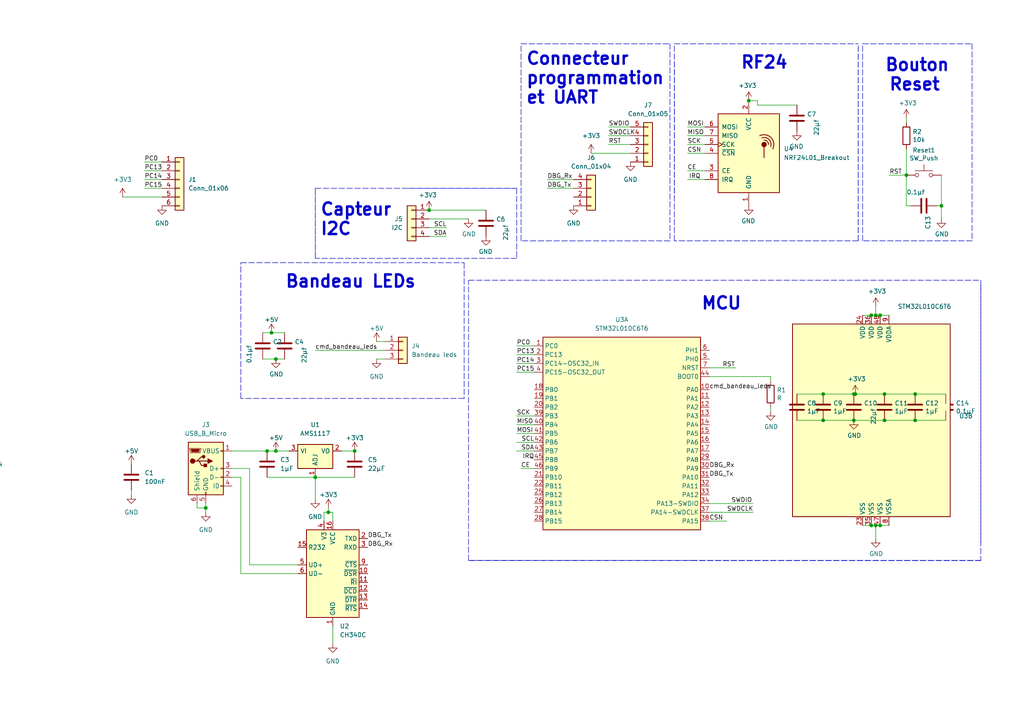
<source format=kicad_sch>
(kicad_sch (version 20211123) (generator eeschema)

  (uuid 6cd7fe31-5494-497b-b266-f76a557d177b)

  (paper "A4")

  (lib_symbols
    (symbol "+3V3_1" (power) (pin_names (offset 0)) (in_bom yes) (on_board yes)
      (property "Reference" "#PWR" (id 0) (at 0 -3.81 0)
        (effects (font (size 1.27 1.27)) hide)
      )
      (property "Value" "+3V3_1" (id 1) (at 0 3.556 0)
        (effects (font (size 1.27 1.27)))
      )
      (property "Footprint" "" (id 2) (at 0 0 0)
        (effects (font (size 1.27 1.27)) hide)
      )
      (property "Datasheet" "" (id 3) (at 0 0 0)
        (effects (font (size 1.27 1.27)) hide)
      )
      (property "ki_keywords" "global power" (id 4) (at 0 0 0)
        (effects (font (size 1.27 1.27)) hide)
      )
      (property "ki_description" "Power symbol creates a global label with name \"+3V3\"" (id 5) (at 0 0 0)
        (effects (font (size 1.27 1.27)) hide)
      )
      (symbol "+3V3_1_0_1"
        (polyline
          (pts
            (xy -0.762 1.27)
            (xy 0 2.54)
          )
          (stroke (width 0) (type default) (color 0 0 0 0))
          (fill (type none))
        )
        (polyline
          (pts
            (xy 0 0)
            (xy 0 2.54)
          )
          (stroke (width 0) (type default) (color 0 0 0 0))
          (fill (type none))
        )
        (polyline
          (pts
            (xy 0 2.54)
            (xy 0.762 1.27)
          )
          (stroke (width 0) (type default) (color 0 0 0 0))
          (fill (type none))
        )
      )
      (symbol "+3V3_1_1_1"
        (pin power_in line (at 0 0 90) (length 0) hide
          (name "+3V3" (effects (font (size 1.27 1.27))))
          (number "1" (effects (font (size 1.27 1.27))))
        )
      )
    )
    (symbol "Connector:USB_B_Micro" (pin_names (offset 1.016)) (in_bom yes) (on_board yes)
      (property "Reference" "J" (id 0) (at -5.08 11.43 0)
        (effects (font (size 1.27 1.27)) (justify left))
      )
      (property "Value" "USB_B_Micro" (id 1) (at -5.08 8.89 0)
        (effects (font (size 1.27 1.27)) (justify left))
      )
      (property "Footprint" "" (id 2) (at 3.81 -1.27 0)
        (effects (font (size 1.27 1.27)) hide)
      )
      (property "Datasheet" "~" (id 3) (at 3.81 -1.27 0)
        (effects (font (size 1.27 1.27)) hide)
      )
      (property "ki_keywords" "connector USB micro" (id 4) (at 0 0 0)
        (effects (font (size 1.27 1.27)) hide)
      )
      (property "ki_description" "USB Micro Type B connector" (id 5) (at 0 0 0)
        (effects (font (size 1.27 1.27)) hide)
      )
      (property "ki_fp_filters" "USB*" (id 6) (at 0 0 0)
        (effects (font (size 1.27 1.27)) hide)
      )
      (symbol "USB_B_Micro_0_1"
        (rectangle (start -5.08 -7.62) (end 5.08 7.62)
          (stroke (width 0.254) (type default) (color 0 0 0 0))
          (fill (type background))
        )
        (circle (center -3.81 2.159) (radius 0.635)
          (stroke (width 0.254) (type default) (color 0 0 0 0))
          (fill (type outline))
        )
        (circle (center -0.635 3.429) (radius 0.381)
          (stroke (width 0.254) (type default) (color 0 0 0 0))
          (fill (type outline))
        )
        (rectangle (start -0.127 -7.62) (end 0.127 -6.858)
          (stroke (width 0) (type default) (color 0 0 0 0))
          (fill (type none))
        )
        (polyline
          (pts
            (xy -1.905 2.159)
            (xy 0.635 2.159)
          )
          (stroke (width 0.254) (type default) (color 0 0 0 0))
          (fill (type none))
        )
        (polyline
          (pts
            (xy -3.175 2.159)
            (xy -2.54 2.159)
            (xy -1.27 3.429)
            (xy -0.635 3.429)
          )
          (stroke (width 0.254) (type default) (color 0 0 0 0))
          (fill (type none))
        )
        (polyline
          (pts
            (xy -2.54 2.159)
            (xy -1.905 2.159)
            (xy -1.27 0.889)
            (xy 0 0.889)
          )
          (stroke (width 0.254) (type default) (color 0 0 0 0))
          (fill (type none))
        )
        (polyline
          (pts
            (xy 0.635 2.794)
            (xy 0.635 1.524)
            (xy 1.905 2.159)
            (xy 0.635 2.794)
          )
          (stroke (width 0.254) (type default) (color 0 0 0 0))
          (fill (type outline))
        )
        (polyline
          (pts
            (xy -4.318 5.588)
            (xy -1.778 5.588)
            (xy -2.032 4.826)
            (xy -4.064 4.826)
            (xy -4.318 5.588)
          )
          (stroke (width 0) (type default) (color 0 0 0 0))
          (fill (type outline))
        )
        (polyline
          (pts
            (xy -4.699 5.842)
            (xy -4.699 5.588)
            (xy -4.445 4.826)
            (xy -4.445 4.572)
            (xy -1.651 4.572)
            (xy -1.651 4.826)
            (xy -1.397 5.588)
            (xy -1.397 5.842)
            (xy -4.699 5.842)
          )
          (stroke (width 0) (type default) (color 0 0 0 0))
          (fill (type none))
        )
        (rectangle (start 0.254 1.27) (end -0.508 0.508)
          (stroke (width 0.254) (type default) (color 0 0 0 0))
          (fill (type outline))
        )
        (rectangle (start 5.08 -5.207) (end 4.318 -4.953)
          (stroke (width 0) (type default) (color 0 0 0 0))
          (fill (type none))
        )
        (rectangle (start 5.08 -2.667) (end 4.318 -2.413)
          (stroke (width 0) (type default) (color 0 0 0 0))
          (fill (type none))
        )
        (rectangle (start 5.08 -0.127) (end 4.318 0.127)
          (stroke (width 0) (type default) (color 0 0 0 0))
          (fill (type none))
        )
        (rectangle (start 5.08 4.953) (end 4.318 5.207)
          (stroke (width 0) (type default) (color 0 0 0 0))
          (fill (type none))
        )
      )
      (symbol "USB_B_Micro_1_1"
        (pin power_out line (at 7.62 5.08 180) (length 2.54)
          (name "VBUS" (effects (font (size 1.27 1.27))))
          (number "1" (effects (font (size 1.27 1.27))))
        )
        (pin bidirectional line (at 7.62 -2.54 180) (length 2.54)
          (name "D-" (effects (font (size 1.27 1.27))))
          (number "2" (effects (font (size 1.27 1.27))))
        )
        (pin bidirectional line (at 7.62 0 180) (length 2.54)
          (name "D+" (effects (font (size 1.27 1.27))))
          (number "3" (effects (font (size 1.27 1.27))))
        )
        (pin passive line (at 7.62 -5.08 180) (length 2.54)
          (name "ID" (effects (font (size 1.27 1.27))))
          (number "4" (effects (font (size 1.27 1.27))))
        )
        (pin power_out line (at 0 -10.16 90) (length 2.54)
          (name "GND" (effects (font (size 1.27 1.27))))
          (number "5" (effects (font (size 1.27 1.27))))
        )
        (pin passive line (at -2.54 -10.16 90) (length 2.54)
          (name "Shield" (effects (font (size 1.27 1.27))))
          (number "6" (effects (font (size 1.27 1.27))))
        )
      )
    )
    (symbol "Connector_Generic:Conn_01x03" (pin_names (offset 1.016) hide) (in_bom yes) (on_board yes)
      (property "Reference" "J" (id 0) (at 0 5.08 0)
        (effects (font (size 1.27 1.27)))
      )
      (property "Value" "Conn_01x03" (id 1) (at 0 -5.08 0)
        (effects (font (size 1.27 1.27)))
      )
      (property "Footprint" "" (id 2) (at 0 0 0)
        (effects (font (size 1.27 1.27)) hide)
      )
      (property "Datasheet" "~" (id 3) (at 0 0 0)
        (effects (font (size 1.27 1.27)) hide)
      )
      (property "ki_keywords" "connector" (id 4) (at 0 0 0)
        (effects (font (size 1.27 1.27)) hide)
      )
      (property "ki_description" "Generic connector, single row, 01x03, script generated (kicad-library-utils/schlib/autogen/connector/)" (id 5) (at 0 0 0)
        (effects (font (size 1.27 1.27)) hide)
      )
      (property "ki_fp_filters" "Connector*:*_1x??_*" (id 6) (at 0 0 0)
        (effects (font (size 1.27 1.27)) hide)
      )
      (symbol "Conn_01x03_1_1"
        (rectangle (start -1.27 -2.413) (end 0 -2.667)
          (stroke (width 0.1524) (type default) (color 0 0 0 0))
          (fill (type none))
        )
        (rectangle (start -1.27 0.127) (end 0 -0.127)
          (stroke (width 0.1524) (type default) (color 0 0 0 0))
          (fill (type none))
        )
        (rectangle (start -1.27 2.667) (end 0 2.413)
          (stroke (width 0.1524) (type default) (color 0 0 0 0))
          (fill (type none))
        )
        (rectangle (start -1.27 3.81) (end 1.27 -3.81)
          (stroke (width 0.254) (type default) (color 0 0 0 0))
          (fill (type background))
        )
        (pin passive line (at -5.08 2.54 0) (length 3.81)
          (name "Pin_1" (effects (font (size 1.27 1.27))))
          (number "1" (effects (font (size 1.27 1.27))))
        )
        (pin passive line (at -5.08 0 0) (length 3.81)
          (name "Pin_2" (effects (font (size 1.27 1.27))))
          (number "2" (effects (font (size 1.27 1.27))))
        )
        (pin passive line (at -5.08 -2.54 0) (length 3.81)
          (name "Pin_3" (effects (font (size 1.27 1.27))))
          (number "3" (effects (font (size 1.27 1.27))))
        )
      )
    )
    (symbol "Connector_Generic:Conn_01x04" (pin_names (offset 1.016) hide) (in_bom yes) (on_board yes)
      (property "Reference" "J" (id 0) (at 0 5.08 0)
        (effects (font (size 1.27 1.27)))
      )
      (property "Value" "Conn_01x04" (id 1) (at 0 -7.62 0)
        (effects (font (size 1.27 1.27)))
      )
      (property "Footprint" "" (id 2) (at 0 0 0)
        (effects (font (size 1.27 1.27)) hide)
      )
      (property "Datasheet" "~" (id 3) (at 0 0 0)
        (effects (font (size 1.27 1.27)) hide)
      )
      (property "ki_keywords" "connector" (id 4) (at 0 0 0)
        (effects (font (size 1.27 1.27)) hide)
      )
      (property "ki_description" "Generic connector, single row, 01x04, script generated (kicad-library-utils/schlib/autogen/connector/)" (id 5) (at 0 0 0)
        (effects (font (size 1.27 1.27)) hide)
      )
      (property "ki_fp_filters" "Connector*:*_1x??_*" (id 6) (at 0 0 0)
        (effects (font (size 1.27 1.27)) hide)
      )
      (symbol "Conn_01x04_1_1"
        (rectangle (start -1.27 -4.953) (end 0 -5.207)
          (stroke (width 0.1524) (type default) (color 0 0 0 0))
          (fill (type none))
        )
        (rectangle (start -1.27 -2.413) (end 0 -2.667)
          (stroke (width 0.1524) (type default) (color 0 0 0 0))
          (fill (type none))
        )
        (rectangle (start -1.27 0.127) (end 0 -0.127)
          (stroke (width 0.1524) (type default) (color 0 0 0 0))
          (fill (type none))
        )
        (rectangle (start -1.27 2.667) (end 0 2.413)
          (stroke (width 0.1524) (type default) (color 0 0 0 0))
          (fill (type none))
        )
        (rectangle (start -1.27 3.81) (end 1.27 -6.35)
          (stroke (width 0.254) (type default) (color 0 0 0 0))
          (fill (type background))
        )
        (pin passive line (at -5.08 2.54 0) (length 3.81)
          (name "Pin_1" (effects (font (size 1.27 1.27))))
          (number "1" (effects (font (size 1.27 1.27))))
        )
        (pin passive line (at -5.08 0 0) (length 3.81)
          (name "Pin_2" (effects (font (size 1.27 1.27))))
          (number "2" (effects (font (size 1.27 1.27))))
        )
        (pin passive line (at -5.08 -2.54 0) (length 3.81)
          (name "Pin_3" (effects (font (size 1.27 1.27))))
          (number "3" (effects (font (size 1.27 1.27))))
        )
        (pin passive line (at -5.08 -5.08 0) (length 3.81)
          (name "Pin_4" (effects (font (size 1.27 1.27))))
          (number "4" (effects (font (size 1.27 1.27))))
        )
      )
    )
    (symbol "Connector_Generic:Conn_01x05" (pin_names (offset 1.016) hide) (in_bom yes) (on_board yes)
      (property "Reference" "J" (id 0) (at 0 7.62 0)
        (effects (font (size 1.27 1.27)))
      )
      (property "Value" "Conn_01x05" (id 1) (at 0 -7.62 0)
        (effects (font (size 1.27 1.27)))
      )
      (property "Footprint" "" (id 2) (at 0 0 0)
        (effects (font (size 1.27 1.27)) hide)
      )
      (property "Datasheet" "~" (id 3) (at 0 0 0)
        (effects (font (size 1.27 1.27)) hide)
      )
      (property "ki_keywords" "connector" (id 4) (at 0 0 0)
        (effects (font (size 1.27 1.27)) hide)
      )
      (property "ki_description" "Generic connector, single row, 01x05, script generated (kicad-library-utils/schlib/autogen/connector/)" (id 5) (at 0 0 0)
        (effects (font (size 1.27 1.27)) hide)
      )
      (property "ki_fp_filters" "Connector*:*_1x??_*" (id 6) (at 0 0 0)
        (effects (font (size 1.27 1.27)) hide)
      )
      (symbol "Conn_01x05_1_1"
        (rectangle (start -1.27 -4.953) (end 0 -5.207)
          (stroke (width 0.1524) (type default) (color 0 0 0 0))
          (fill (type none))
        )
        (rectangle (start -1.27 -2.413) (end 0 -2.667)
          (stroke (width 0.1524) (type default) (color 0 0 0 0))
          (fill (type none))
        )
        (rectangle (start -1.27 0.127) (end 0 -0.127)
          (stroke (width 0.1524) (type default) (color 0 0 0 0))
          (fill (type none))
        )
        (rectangle (start -1.27 2.667) (end 0 2.413)
          (stroke (width 0.1524) (type default) (color 0 0 0 0))
          (fill (type none))
        )
        (rectangle (start -1.27 5.207) (end 0 4.953)
          (stroke (width 0.1524) (type default) (color 0 0 0 0))
          (fill (type none))
        )
        (rectangle (start -1.27 6.35) (end 1.27 -6.35)
          (stroke (width 0.254) (type default) (color 0 0 0 0))
          (fill (type background))
        )
        (pin passive line (at -5.08 5.08 0) (length 3.81)
          (name "Pin_1" (effects (font (size 1.27 1.27))))
          (number "1" (effects (font (size 1.27 1.27))))
        )
        (pin passive line (at -5.08 2.54 0) (length 3.81)
          (name "Pin_2" (effects (font (size 1.27 1.27))))
          (number "2" (effects (font (size 1.27 1.27))))
        )
        (pin passive line (at -5.08 0 0) (length 3.81)
          (name "Pin_3" (effects (font (size 1.27 1.27))))
          (number "3" (effects (font (size 1.27 1.27))))
        )
        (pin passive line (at -5.08 -2.54 0) (length 3.81)
          (name "Pin_4" (effects (font (size 1.27 1.27))))
          (number "4" (effects (font (size 1.27 1.27))))
        )
        (pin passive line (at -5.08 -5.08 0) (length 3.81)
          (name "Pin_5" (effects (font (size 1.27 1.27))))
          (number "5" (effects (font (size 1.27 1.27))))
        )
      )
    )
    (symbol "Connector_Generic:Conn_01x06" (pin_names (offset 1.016) hide) (in_bom yes) (on_board yes)
      (property "Reference" "J" (id 0) (at 0 7.62 0)
        (effects (font (size 1.27 1.27)))
      )
      (property "Value" "Conn_01x06" (id 1) (at 0 -10.16 0)
        (effects (font (size 1.27 1.27)))
      )
      (property "Footprint" "" (id 2) (at 0 0 0)
        (effects (font (size 1.27 1.27)) hide)
      )
      (property "Datasheet" "~" (id 3) (at 0 0 0)
        (effects (font (size 1.27 1.27)) hide)
      )
      (property "ki_keywords" "connector" (id 4) (at 0 0 0)
        (effects (font (size 1.27 1.27)) hide)
      )
      (property "ki_description" "Generic connector, single row, 01x06, script generated (kicad-library-utils/schlib/autogen/connector/)" (id 5) (at 0 0 0)
        (effects (font (size 1.27 1.27)) hide)
      )
      (property "ki_fp_filters" "Connector*:*_1x??_*" (id 6) (at 0 0 0)
        (effects (font (size 1.27 1.27)) hide)
      )
      (symbol "Conn_01x06_1_1"
        (rectangle (start -1.27 -7.493) (end 0 -7.747)
          (stroke (width 0.1524) (type default) (color 0 0 0 0))
          (fill (type none))
        )
        (rectangle (start -1.27 -4.953) (end 0 -5.207)
          (stroke (width 0.1524) (type default) (color 0 0 0 0))
          (fill (type none))
        )
        (rectangle (start -1.27 -2.413) (end 0 -2.667)
          (stroke (width 0.1524) (type default) (color 0 0 0 0))
          (fill (type none))
        )
        (rectangle (start -1.27 0.127) (end 0 -0.127)
          (stroke (width 0.1524) (type default) (color 0 0 0 0))
          (fill (type none))
        )
        (rectangle (start -1.27 2.667) (end 0 2.413)
          (stroke (width 0.1524) (type default) (color 0 0 0 0))
          (fill (type none))
        )
        (rectangle (start -1.27 5.207) (end 0 4.953)
          (stroke (width 0.1524) (type default) (color 0 0 0 0))
          (fill (type none))
        )
        (rectangle (start -1.27 6.35) (end 1.27 -8.89)
          (stroke (width 0.254) (type default) (color 0 0 0 0))
          (fill (type background))
        )
        (pin passive line (at -5.08 5.08 0) (length 3.81)
          (name "Pin_1" (effects (font (size 1.27 1.27))))
          (number "1" (effects (font (size 1.27 1.27))))
        )
        (pin passive line (at -5.08 2.54 0) (length 3.81)
          (name "Pin_2" (effects (font (size 1.27 1.27))))
          (number "2" (effects (font (size 1.27 1.27))))
        )
        (pin passive line (at -5.08 0 0) (length 3.81)
          (name "Pin_3" (effects (font (size 1.27 1.27))))
          (number "3" (effects (font (size 1.27 1.27))))
        )
        (pin passive line (at -5.08 -2.54 0) (length 3.81)
          (name "Pin_4" (effects (font (size 1.27 1.27))))
          (number "4" (effects (font (size 1.27 1.27))))
        )
        (pin passive line (at -5.08 -5.08 0) (length 3.81)
          (name "Pin_5" (effects (font (size 1.27 1.27))))
          (number "5" (effects (font (size 1.27 1.27))))
        )
        (pin passive line (at -5.08 -7.62 0) (length 3.81)
          (name "Pin_6" (effects (font (size 1.27 1.27))))
          (number "6" (effects (font (size 1.27 1.27))))
        )
      )
    )
    (symbol "Device:C" (pin_numbers hide) (pin_names (offset 0.254)) (in_bom yes) (on_board yes)
      (property "Reference" "C" (id 0) (at 0.635 2.54 0)
        (effects (font (size 1.27 1.27)) (justify left))
      )
      (property "Value" "C" (id 1) (at 0.635 -2.54 0)
        (effects (font (size 1.27 1.27)) (justify left))
      )
      (property "Footprint" "" (id 2) (at 0.9652 -3.81 0)
        (effects (font (size 1.27 1.27)) hide)
      )
      (property "Datasheet" "~" (id 3) (at 0 0 0)
        (effects (font (size 1.27 1.27)) hide)
      )
      (property "ki_keywords" "cap capacitor" (id 4) (at 0 0 0)
        (effects (font (size 1.27 1.27)) hide)
      )
      (property "ki_description" "Unpolarized capacitor" (id 5) (at 0 0 0)
        (effects (font (size 1.27 1.27)) hide)
      )
      (property "ki_fp_filters" "C_*" (id 6) (at 0 0 0)
        (effects (font (size 1.27 1.27)) hide)
      )
      (symbol "C_0_1"
        (polyline
          (pts
            (xy -2.032 -0.762)
            (xy 2.032 -0.762)
          )
          (stroke (width 0.508) (type default) (color 0 0 0 0))
          (fill (type none))
        )
        (polyline
          (pts
            (xy -2.032 0.762)
            (xy 2.032 0.762)
          )
          (stroke (width 0.508) (type default) (color 0 0 0 0))
          (fill (type none))
        )
      )
      (symbol "C_1_1"
        (pin passive line (at 0 3.81 270) (length 2.794)
          (name "~" (effects (font (size 1.27 1.27))))
          (number "1" (effects (font (size 1.27 1.27))))
        )
        (pin passive line (at 0 -3.81 90) (length 2.794)
          (name "~" (effects (font (size 1.27 1.27))))
          (number "2" (effects (font (size 1.27 1.27))))
        )
      )
    )
    (symbol "Device:R" (pin_numbers hide) (pin_names (offset 0)) (in_bom yes) (on_board yes)
      (property "Reference" "R" (id 0) (at 2.032 0 90)
        (effects (font (size 1.27 1.27)))
      )
      (property "Value" "R" (id 1) (at 0 0 90)
        (effects (font (size 1.27 1.27)))
      )
      (property "Footprint" "" (id 2) (at -1.778 0 90)
        (effects (font (size 1.27 1.27)) hide)
      )
      (property "Datasheet" "~" (id 3) (at 0 0 0)
        (effects (font (size 1.27 1.27)) hide)
      )
      (property "ki_keywords" "R res resistor" (id 4) (at 0 0 0)
        (effects (font (size 1.27 1.27)) hide)
      )
      (property "ki_description" "Resistor" (id 5) (at 0 0 0)
        (effects (font (size 1.27 1.27)) hide)
      )
      (property "ki_fp_filters" "R_*" (id 6) (at 0 0 0)
        (effects (font (size 1.27 1.27)) hide)
      )
      (symbol "R_0_1"
        (rectangle (start -1.016 -2.54) (end 1.016 2.54)
          (stroke (width 0.254) (type default) (color 0 0 0 0))
          (fill (type none))
        )
      )
      (symbol "R_1_1"
        (pin passive line (at 0 3.81 270) (length 1.27)
          (name "~" (effects (font (size 1.27 1.27))))
          (number "1" (effects (font (size 1.27 1.27))))
        )
        (pin passive line (at 0 -3.81 90) (length 1.27)
          (name "~" (effects (font (size 1.27 1.27))))
          (number "2" (effects (font (size 1.27 1.27))))
        )
      )
    )
    (symbol "GND_1" (power) (pin_names (offset 0)) (in_bom yes) (on_board yes)
      (property "Reference" "#PWR" (id 0) (at 0 -6.35 0)
        (effects (font (size 1.27 1.27)) hide)
      )
      (property "Value" "GND_1" (id 1) (at 0 -3.81 0)
        (effects (font (size 1.27 1.27)))
      )
      (property "Footprint" "" (id 2) (at 0 0 0)
        (effects (font (size 1.27 1.27)) hide)
      )
      (property "Datasheet" "" (id 3) (at 0 0 0)
        (effects (font (size 1.27 1.27)) hide)
      )
      (property "ki_keywords" "global power" (id 4) (at 0 0 0)
        (effects (font (size 1.27 1.27)) hide)
      )
      (property "ki_description" "Power symbol creates a global label with name \"GND\" , ground" (id 5) (at 0 0 0)
        (effects (font (size 1.27 1.27)) hide)
      )
      (symbol "GND_1_0_1"
        (polyline
          (pts
            (xy 0 0)
            (xy 0 -1.27)
            (xy 1.27 -1.27)
            (xy 0 -2.54)
            (xy -1.27 -1.27)
            (xy 0 -1.27)
          )
          (stroke (width 0) (type default) (color 0 0 0 0))
          (fill (type none))
        )
      )
      (symbol "GND_1_1_1"
        (pin power_in line (at 0 0 270) (length 0) hide
          (name "GND" (effects (font (size 1.27 1.27))))
          (number "1" (effects (font (size 1.27 1.27))))
        )
      )
    )
    (symbol "Interface_USB:CH340C" (in_bom yes) (on_board yes)
      (property "Reference" "U" (id 0) (at -5.08 13.97 0)
        (effects (font (size 1.27 1.27)) (justify right))
      )
      (property "Value" "CH340C" (id 1) (at 1.27 13.97 0)
        (effects (font (size 1.27 1.27)) (justify left))
      )
      (property "Footprint" "Package_SO:SOIC-16_3.9x9.9mm_P1.27mm" (id 2) (at 1.27 -13.97 0)
        (effects (font (size 1.27 1.27)) (justify left) hide)
      )
      (property "Datasheet" "https://datasheet.lcsc.com/szlcsc/Jiangsu-Qin-Heng-CH340C_C84681.pdf" (id 3) (at -8.89 20.32 0)
        (effects (font (size 1.27 1.27)) hide)
      )
      (property "ki_keywords" "USB UART Serial Converter Interface" (id 4) (at 0 0 0)
        (effects (font (size 1.27 1.27)) hide)
      )
      (property "ki_description" "USB serial converter, UART, SOIC-16" (id 5) (at 0 0 0)
        (effects (font (size 1.27 1.27)) hide)
      )
      (property "ki_fp_filters" "SOIC*3.9x9.9mm*P1.27mm*" (id 6) (at 0 0 0)
        (effects (font (size 1.27 1.27)) hide)
      )
      (symbol "CH340C_0_1"
        (rectangle (start -7.62 12.7) (end 7.62 -12.7)
          (stroke (width 0.254) (type default) (color 0 0 0 0))
          (fill (type background))
        )
      )
      (symbol "CH340C_1_1"
        (pin power_in line (at 0 -15.24 90) (length 2.54)
          (name "GND" (effects (font (size 1.27 1.27))))
          (number "1" (effects (font (size 1.27 1.27))))
        )
        (pin input line (at 10.16 0 180) (length 2.54)
          (name "~{DSR}" (effects (font (size 1.27 1.27))))
          (number "10" (effects (font (size 1.27 1.27))))
        )
        (pin input line (at 10.16 -2.54 180) (length 2.54)
          (name "~{RI}" (effects (font (size 1.27 1.27))))
          (number "11" (effects (font (size 1.27 1.27))))
        )
        (pin input line (at 10.16 -5.08 180) (length 2.54)
          (name "~{DCD}" (effects (font (size 1.27 1.27))))
          (number "12" (effects (font (size 1.27 1.27))))
        )
        (pin output line (at 10.16 -7.62 180) (length 2.54)
          (name "~{DTR}" (effects (font (size 1.27 1.27))))
          (number "13" (effects (font (size 1.27 1.27))))
        )
        (pin output line (at 10.16 -10.16 180) (length 2.54)
          (name "~{RTS}" (effects (font (size 1.27 1.27))))
          (number "14" (effects (font (size 1.27 1.27))))
        )
        (pin input line (at -10.16 7.62 0) (length 2.54)
          (name "R232" (effects (font (size 1.27 1.27))))
          (number "15" (effects (font (size 1.27 1.27))))
        )
        (pin power_in line (at 0 15.24 270) (length 2.54)
          (name "VCC" (effects (font (size 1.27 1.27))))
          (number "16" (effects (font (size 1.27 1.27))))
        )
        (pin output line (at 10.16 10.16 180) (length 2.54)
          (name "TXD" (effects (font (size 1.27 1.27))))
          (number "2" (effects (font (size 1.27 1.27))))
        )
        (pin input line (at 10.16 7.62 180) (length 2.54)
          (name "RXD" (effects (font (size 1.27 1.27))))
          (number "3" (effects (font (size 1.27 1.27))))
        )
        (pin passive line (at -2.54 15.24 270) (length 2.54)
          (name "V3" (effects (font (size 1.27 1.27))))
          (number "4" (effects (font (size 1.27 1.27))))
        )
        (pin bidirectional line (at -10.16 2.54 0) (length 2.54)
          (name "UD+" (effects (font (size 1.27 1.27))))
          (number "5" (effects (font (size 1.27 1.27))))
        )
        (pin bidirectional line (at -10.16 0 0) (length 2.54)
          (name "UD-" (effects (font (size 1.27 1.27))))
          (number "6" (effects (font (size 1.27 1.27))))
        )
        (pin no_connect line (at -7.62 -7.62 0) (length 2.54) hide
          (name "NC" (effects (font (size 1.27 1.27))))
          (number "7" (effects (font (size 1.27 1.27))))
        )
        (pin no_connect line (at -7.62 -10.16 0) (length 2.54) hide
          (name "NC" (effects (font (size 1.27 1.27))))
          (number "8" (effects (font (size 1.27 1.27))))
        )
        (pin input line (at 10.16 2.54 180) (length 2.54)
          (name "~{CTS}" (effects (font (size 1.27 1.27))))
          (number "9" (effects (font (size 1.27 1.27))))
        )
      )
    )
    (symbol "RF:NRF24L01_Breakout" (pin_names (offset 1.016)) (in_bom yes) (on_board yes)
      (property "Reference" "U" (id 0) (at -8.89 12.7 0)
        (effects (font (size 1.27 1.27)) (justify left))
      )
      (property "Value" "NRF24L01_Breakout" (id 1) (at 3.81 12.7 0)
        (effects (font (size 1.27 1.27)) (justify left))
      )
      (property "Footprint" "RF_Module:nRF24L01_Breakout" (id 2) (at 3.81 15.24 0)
        (effects (font (size 1.27 1.27) italic) (justify left) hide)
      )
      (property "Datasheet" "http://www.nordicsemi.com/eng/content/download/2730/34105/file/nRF24L01_Product_Specification_v2_0.pdf" (id 3) (at 0 -2.54 0)
        (effects (font (size 1.27 1.27)) hide)
      )
      (property "ki_keywords" "Low Power RF Transciever breakout carrier" (id 4) (at 0 0 0)
        (effects (font (size 1.27 1.27)) hide)
      )
      (property "ki_description" "Ultra low power 2.4GHz RF Transceiver, Carrier PCB" (id 5) (at 0 0 0)
        (effects (font (size 1.27 1.27)) hide)
      )
      (property "ki_fp_filters" "nRF24L01*Breakout*" (id 6) (at 0 0 0)
        (effects (font (size 1.27 1.27)) hide)
      )
      (symbol "NRF24L01_Breakout_0_1"
        (rectangle (start -8.89 11.43) (end 8.89 -11.43)
          (stroke (width 0.254) (type default) (color 0 0 0 0))
          (fill (type background))
        )
        (polyline
          (pts
            (xy 4.445 1.905)
            (xy 4.445 -1.27)
          )
          (stroke (width 0.254) (type default) (color 0 0 0 0))
          (fill (type none))
        )
        (circle (center 4.445 2.54) (radius 0.635)
          (stroke (width 0.254) (type default) (color 0 0 0 0))
          (fill (type outline))
        )
        (arc (start 5.715 2.54) (mid 5.3559 3.4509) (end 4.445 3.81)
          (stroke (width 0.254) (type default) (color 0 0 0 0))
          (fill (type none))
        )
        (arc (start 6.35 1.905) (mid 5.8833 3.9783) (end 3.81 4.445)
          (stroke (width 0.254) (type default) (color 0 0 0 0))
          (fill (type none))
        )
        (arc (start 6.985 1.27) (mid 6.453 4.548) (end 3.175 5.08)
          (stroke (width 0.254) (type default) (color 0 0 0 0))
          (fill (type none))
        )
      )
      (symbol "NRF24L01_Breakout_1_1"
        (pin power_in line (at 0 -15.24 90) (length 3.81)
          (name "GND" (effects (font (size 1.27 1.27))))
          (number "1" (effects (font (size 1.27 1.27))))
        )
        (pin power_in line (at 0 15.24 270) (length 3.81)
          (name "VCC" (effects (font (size 1.27 1.27))))
          (number "2" (effects (font (size 1.27 1.27))))
        )
        (pin input line (at -12.7 -5.08 0) (length 3.81)
          (name "CE" (effects (font (size 1.27 1.27))))
          (number "3" (effects (font (size 1.27 1.27))))
        )
        (pin input line (at -12.7 0 0) (length 3.81)
          (name "~{CSN}" (effects (font (size 1.27 1.27))))
          (number "4" (effects (font (size 1.27 1.27))))
        )
        (pin input clock (at -12.7 2.54 0) (length 3.81)
          (name "SCK" (effects (font (size 1.27 1.27))))
          (number "5" (effects (font (size 1.27 1.27))))
        )
        (pin input line (at -12.7 7.62 0) (length 3.81)
          (name "MOSI" (effects (font (size 1.27 1.27))))
          (number "6" (effects (font (size 1.27 1.27))))
        )
        (pin output line (at -12.7 5.08 0) (length 3.81)
          (name "MISO" (effects (font (size 1.27 1.27))))
          (number "7" (effects (font (size 1.27 1.27))))
        )
        (pin output line (at -12.7 -7.62 0) (length 3.81)
          (name "IRQ" (effects (font (size 1.27 1.27))))
          (number "8" (effects (font (size 1.27 1.27))))
        )
      )
    )
    (symbol "Regulator_Linear:AMS1117" (pin_names (offset 0.762)) (in_bom yes) (on_board yes)
      (property "Reference" "U" (id 0) (at -3.81 3.175 0)
        (effects (font (size 1.27 1.27)))
      )
      (property "Value" "AMS1117" (id 1) (at 0 3.175 0)
        (effects (font (size 1.27 1.27)) (justify left))
      )
      (property "Footprint" "Package_TO_SOT_SMD:SOT-223-3_TabPin2" (id 2) (at 0 5.08 0)
        (effects (font (size 1.27 1.27)) hide)
      )
      (property "Datasheet" "http://www.advanced-monolithic.com/pdf/ds1117.pdf" (id 3) (at 2.54 -6.35 0)
        (effects (font (size 1.27 1.27)) hide)
      )
      (property "ki_keywords" "linear regulator ldo adjustable positive" (id 4) (at 0 0 0)
        (effects (font (size 1.27 1.27)) hide)
      )
      (property "ki_description" "1A Low Dropout regulator, positive, adjustable output, SOT-223" (id 5) (at 0 0 0)
        (effects (font (size 1.27 1.27)) hide)
      )
      (property "ki_fp_filters" "SOT?223*TabPin2*" (id 6) (at 0 0 0)
        (effects (font (size 1.27 1.27)) hide)
      )
      (symbol "AMS1117_0_1"
        (rectangle (start -5.08 -5.08) (end 5.08 1.905)
          (stroke (width 0.254) (type default) (color 0 0 0 0))
          (fill (type background))
        )
      )
      (symbol "AMS1117_1_1"
        (pin input line (at 0 -7.62 90) (length 2.54)
          (name "ADJ" (effects (font (size 1.27 1.27))))
          (number "1" (effects (font (size 1.27 1.27))))
        )
        (pin power_out line (at 7.62 0 180) (length 2.54)
          (name "VO" (effects (font (size 1.27 1.27))))
          (number "2" (effects (font (size 1.27 1.27))))
        )
        (pin power_in line (at -7.62 0 0) (length 2.54)
          (name "VI" (effects (font (size 1.27 1.27))))
          (number "3" (effects (font (size 1.27 1.27))))
        )
      )
    )
    (symbol "STM32L010C6T6:STM32L010C6T6" (in_bom yes) (on_board yes)
      (property "Reference" "U" (id 0) (at 6.35 -1.27 0)
        (effects (font (size 1.27 1.27)))
      )
      (property "Value" "STM32L010C6T6" (id 1) (at 7.62 -3.81 0)
        (effects (font (size 1.27 1.27)))
      )
      (property "Footprint" "" (id 2) (at -7.62 0 0)
        (effects (font (size 1.27 1.27)) hide)
      )
      (property "Datasheet" "" (id 3) (at -7.62 0 0)
        (effects (font (size 1.27 1.27)) hide)
      )
      (symbol "STM32L010C6T6_0_1"
        (rectangle (start -41.91 -5.08) (end 3.81 -60.96)
          (stroke (width 0.254) (type default) (color 0 0 0 0))
          (fill (type background))
        )
      )
      (symbol "STM32L010C6T6_1_1"
        (pin bidirectional line (at -44.45 -7.62 0) (length 2.54)
          (name "PC0" (effects (font (size 1.27 1.27))))
          (number "1" (effects (font (size 1.27 1.27))))
        )
        (pin bidirectional line (at 6.35 -20.32 180) (length 2.54)
          (name "PA0" (effects (font (size 1.27 1.27))))
          (number "10" (effects (font (size 1.27 1.27))))
        )
        (pin bidirectional line (at 6.35 -22.86 180) (length 2.54)
          (name "PA1" (effects (font (size 1.27 1.27))))
          (number "11" (effects (font (size 1.27 1.27))))
        )
        (pin bidirectional line (at 6.35 -25.4 180) (length 2.54)
          (name "PA2" (effects (font (size 1.27 1.27))))
          (number "12" (effects (font (size 1.27 1.27))))
        )
        (pin bidirectional line (at 6.35 -27.94 180) (length 2.54)
          (name "PA3" (effects (font (size 1.27 1.27))))
          (number "13" (effects (font (size 1.27 1.27))))
        )
        (pin bidirectional line (at 6.35 -30.48 180) (length 2.54)
          (name "PA4" (effects (font (size 1.27 1.27))))
          (number "14" (effects (font (size 1.27 1.27))))
        )
        (pin bidirectional line (at 6.35 -33.02 180) (length 2.54)
          (name "PA5" (effects (font (size 1.27 1.27))))
          (number "15" (effects (font (size 1.27 1.27))))
        )
        (pin bidirectional line (at 6.35 -35.56 180) (length 2.54)
          (name "PA6" (effects (font (size 1.27 1.27))))
          (number "16" (effects (font (size 1.27 1.27))))
        )
        (pin bidirectional line (at 6.35 -38.1 180) (length 2.54)
          (name "PA7" (effects (font (size 1.27 1.27))))
          (number "17" (effects (font (size 1.27 1.27))))
        )
        (pin bidirectional line (at -44.45 -20.32 0) (length 2.54)
          (name "PB0" (effects (font (size 1.27 1.27))))
          (number "18" (effects (font (size 1.27 1.27))))
        )
        (pin bidirectional line (at -44.45 -22.86 0) (length 2.54)
          (name "PB1" (effects (font (size 1.27 1.27))))
          (number "19" (effects (font (size 1.27 1.27))))
        )
        (pin bidirectional line (at -44.45 -10.16 0) (length 2.54)
          (name "PC13" (effects (font (size 1.27 1.27))))
          (number "2" (effects (font (size 1.27 1.27))))
        )
        (pin bidirectional line (at -44.45 -25.4 0) (length 2.54)
          (name "PB2" (effects (font (size 1.27 1.27))))
          (number "20" (effects (font (size 1.27 1.27))))
        )
        (pin bidirectional line (at -44.45 -45.72 0) (length 2.54)
          (name "PB10" (effects (font (size 1.27 1.27))))
          (number "21" (effects (font (size 1.27 1.27))))
        )
        (pin bidirectional line (at -44.45 -48.26 0) (length 2.54)
          (name "PB11" (effects (font (size 1.27 1.27))))
          (number "22" (effects (font (size 1.27 1.27))))
        )
        (pin bidirectional line (at -44.45 -50.8 0) (length 2.54)
          (name "PB12" (effects (font (size 1.27 1.27))))
          (number "25" (effects (font (size 1.27 1.27))))
        )
        (pin bidirectional line (at -44.45 -53.34 0) (length 2.54)
          (name "PB13" (effects (font (size 1.27 1.27))))
          (number "26" (effects (font (size 1.27 1.27))))
        )
        (pin bidirectional line (at -44.45 -55.88 0) (length 2.54)
          (name "PB14" (effects (font (size 1.27 1.27))))
          (number "27" (effects (font (size 1.27 1.27))))
        )
        (pin bidirectional line (at -44.45 -58.42 0) (length 2.54)
          (name "PB15" (effects (font (size 1.27 1.27))))
          (number "28" (effects (font (size 1.27 1.27))))
        )
        (pin bidirectional line (at 6.35 -40.64 180) (length 2.54)
          (name "PA8" (effects (font (size 1.27 1.27))))
          (number "29" (effects (font (size 1.27 1.27))))
        )
        (pin bidirectional line (at -44.45 -12.7 0) (length 2.54)
          (name "PC14-OSC32_IN" (effects (font (size 1.27 1.27))))
          (number "3" (effects (font (size 1.27 1.27))))
        )
        (pin bidirectional line (at 6.35 -43.18 180) (length 2.54)
          (name "PA9" (effects (font (size 1.27 1.27))))
          (number "30" (effects (font (size 1.27 1.27))))
        )
        (pin bidirectional line (at 6.35 -45.72 180) (length 2.54)
          (name "PA10" (effects (font (size 1.27 1.27))))
          (number "31" (effects (font (size 1.27 1.27))))
        )
        (pin bidirectional line (at 6.35 -48.26 180) (length 2.54)
          (name "PA11" (effects (font (size 1.27 1.27))))
          (number "32" (effects (font (size 1.27 1.27))))
        )
        (pin bidirectional line (at 6.35 -50.8 180) (length 2.54)
          (name "PA12" (effects (font (size 1.27 1.27))))
          (number "33" (effects (font (size 1.27 1.27))))
        )
        (pin bidirectional line (at 6.35 -53.34 180) (length 2.54)
          (name "PA13" (effects (font (size 1.27 1.27))))
          (number "34" (effects (font (size 1.27 1.27))))
        )
        (pin bidirectional line (at 6.35 -55.88 180) (length 2.54)
          (name "PA14" (effects (font (size 1.27 1.27))))
          (number "37" (effects (font (size 1.27 1.27))))
        )
        (pin bidirectional line (at 6.35 -58.42 180) (length 2.54)
          (name "PA15" (effects (font (size 1.27 1.27))))
          (number "38" (effects (font (size 1.27 1.27))))
        )
        (pin bidirectional line (at -44.45 -27.94 0) (length 2.54)
          (name "PB3" (effects (font (size 1.27 1.27))))
          (number "39" (effects (font (size 1.27 1.27))))
        )
        (pin bidirectional line (at -44.45 -15.24 0) (length 2.54)
          (name "PC15-OSC32_OUT" (effects (font (size 1.27 1.27))))
          (number "4" (effects (font (size 1.27 1.27))))
        )
        (pin bidirectional line (at -44.45 -30.48 0) (length 2.54)
          (name "PB4" (effects (font (size 1.27 1.27))))
          (number "40" (effects (font (size 1.27 1.27))))
        )
        (pin bidirectional line (at -44.45 -33.02 0) (length 2.54)
          (name "PB5" (effects (font (size 1.27 1.27))))
          (number "41" (effects (font (size 1.27 1.27))))
        )
        (pin bidirectional line (at -44.45 -35.56 0) (length 2.54)
          (name "PB6" (effects (font (size 1.27 1.27))))
          (number "42" (effects (font (size 1.27 1.27))))
        )
        (pin bidirectional line (at -44.45 -38.1 0) (length 2.54)
          (name "PB7" (effects (font (size 1.27 1.27))))
          (number "43" (effects (font (size 1.27 1.27))))
        )
        (pin input line (at 6.35 -16.51 180) (length 2.54)
          (name "BOOT0" (effects (font (size 1.27 1.27))))
          (number "44" (effects (font (size 1.27 1.27))))
        )
        (pin bidirectional line (at -44.45 -40.64 0) (length 2.54)
          (name "PB8" (effects (font (size 1.27 1.27))))
          (number "45" (effects (font (size 1.27 1.27))))
        )
        (pin bidirectional line (at -44.45 -43.18 0) (length 2.54)
          (name "PB9" (effects (font (size 1.27 1.27))))
          (number "46" (effects (font (size 1.27 1.27))))
        )
        (pin input line (at 6.35 -11.43 180) (length 2.54)
          (name "PH0" (effects (font (size 1.27 1.27))))
          (number "5" (effects (font (size 1.27 1.27))))
        )
        (pin input line (at 6.35 -8.89 180) (length 2.54)
          (name "PH1" (effects (font (size 1.27 1.27))))
          (number "6" (effects (font (size 1.27 1.27))))
        )
        (pin input line (at 6.35 -13.97 180) (length 2.54)
          (name "NRST" (effects (font (size 1.27 1.27))))
          (number "7" (effects (font (size 1.27 1.27))))
        )
      )
      (symbol "STM32L010C6T6_2_1"
        (pin power_in line (at -21.59 -63.5 90) (length 2.54)
          (name "VSS" (effects (font (size 1.27 1.27))))
          (number "23" (effects (font (size 1.27 1.27))))
        )
        (pin power_in line (at -21.59 -2.54 270) (length 2.54)
          (name "VDD" (effects (font (size 1.27 1.27))))
          (number "24" (effects (font (size 1.27 1.27))))
        )
        (pin power_in line (at -19.05 -63.5 90) (length 2.54)
          (name "VSS" (effects (font (size 1.27 1.27))))
          (number "35" (effects (font (size 1.27 1.27))))
        )
        (pin power_in line (at -19.05 -2.54 270) (length 2.54)
          (name "VDD" (effects (font (size 1.27 1.27))))
          (number "36" (effects (font (size 1.27 1.27))))
        )
        (pin power_in line (at -16.51 -63.5 90) (length 2.54)
          (name "VSS" (effects (font (size 1.27 1.27))))
          (number "47" (effects (font (size 1.27 1.27))))
        )
        (pin power_in line (at -16.51 -2.54 270) (length 2.54)
          (name "VDD" (effects (font (size 1.27 1.27))))
          (number "48" (effects (font (size 1.27 1.27))))
        )
        (pin power_in line (at -13.97 -63.5 90) (length 2.54)
          (name "VSSA" (effects (font (size 1.27 1.27))))
          (number "8" (effects (font (size 1.27 1.27))))
        )
        (pin power_in line (at -13.97 -2.54 270) (length 2.54)
          (name "VDDA" (effects (font (size 1.27 1.27))))
          (number "9" (effects (font (size 1.27 1.27))))
        )
      )
    )
    (symbol "STM32L010C6T6_1" (in_bom yes) (on_board yes)
      (property "Reference" "U" (id 0) (at 6.35 -1.27 0)
        (effects (font (size 1.27 1.27)))
      )
      (property "Value" "STM32L010C6T6_1" (id 1) (at 7.62 -3.81 0)
        (effects (font (size 1.27 1.27)))
      )
      (property "Footprint" "" (id 2) (at -7.62 0 0)
        (effects (font (size 1.27 1.27)) hide)
      )
      (property "Datasheet" "" (id 3) (at -7.62 0 0)
        (effects (font (size 1.27 1.27)) hide)
      )
      (symbol "STM32L010C6T6_1_0_1"
        (rectangle (start -41.91 -5.08) (end 3.81 -60.96)
          (stroke (width 0.254) (type default) (color 0 0 0 0))
          (fill (type background))
        )
      )
      (symbol "STM32L010C6T6_1_1_1"
        (pin bidirectional line (at -44.45 -7.62 0) (length 2.54)
          (name "PC0" (effects (font (size 1.27 1.27))))
          (number "1" (effects (font (size 1.27 1.27))))
        )
        (pin bidirectional line (at 6.35 -20.32 180) (length 2.54)
          (name "PA0" (effects (font (size 1.27 1.27))))
          (number "10" (effects (font (size 1.27 1.27))))
        )
        (pin bidirectional line (at 6.35 -22.86 180) (length 2.54)
          (name "PA1" (effects (font (size 1.27 1.27))))
          (number "11" (effects (font (size 1.27 1.27))))
        )
        (pin bidirectional line (at 6.35 -25.4 180) (length 2.54)
          (name "PA2" (effects (font (size 1.27 1.27))))
          (number "12" (effects (font (size 1.27 1.27))))
        )
        (pin bidirectional line (at 6.35 -27.94 180) (length 2.54)
          (name "PA3" (effects (font (size 1.27 1.27))))
          (number "13" (effects (font (size 1.27 1.27))))
        )
        (pin bidirectional line (at 6.35 -30.48 180) (length 2.54)
          (name "PA4" (effects (font (size 1.27 1.27))))
          (number "14" (effects (font (size 1.27 1.27))))
        )
        (pin bidirectional line (at 6.35 -33.02 180) (length 2.54)
          (name "PA5" (effects (font (size 1.27 1.27))))
          (number "15" (effects (font (size 1.27 1.27))))
        )
        (pin bidirectional line (at 6.35 -35.56 180) (length 2.54)
          (name "PA6" (effects (font (size 1.27 1.27))))
          (number "16" (effects (font (size 1.27 1.27))))
        )
        (pin bidirectional line (at 6.35 -38.1 180) (length 2.54)
          (name "PA7" (effects (font (size 1.27 1.27))))
          (number "17" (effects (font (size 1.27 1.27))))
        )
        (pin bidirectional line (at -44.45 -20.32 0) (length 2.54)
          (name "PB0" (effects (font (size 1.27 1.27))))
          (number "18" (effects (font (size 1.27 1.27))))
        )
        (pin bidirectional line (at -44.45 -22.86 0) (length 2.54)
          (name "PB1" (effects (font (size 1.27 1.27))))
          (number "19" (effects (font (size 1.27 1.27))))
        )
        (pin bidirectional line (at -44.45 -10.16 0) (length 2.54)
          (name "PC13" (effects (font (size 1.27 1.27))))
          (number "2" (effects (font (size 1.27 1.27))))
        )
        (pin bidirectional line (at -44.45 -25.4 0) (length 2.54)
          (name "PB2" (effects (font (size 1.27 1.27))))
          (number "20" (effects (font (size 1.27 1.27))))
        )
        (pin bidirectional line (at -44.45 -45.72 0) (length 2.54)
          (name "PB10" (effects (font (size 1.27 1.27))))
          (number "21" (effects (font (size 1.27 1.27))))
        )
        (pin bidirectional line (at -44.45 -48.26 0) (length 2.54)
          (name "PB11" (effects (font (size 1.27 1.27))))
          (number "22" (effects (font (size 1.27 1.27))))
        )
        (pin bidirectional line (at -44.45 -50.8 0) (length 2.54)
          (name "PB12" (effects (font (size 1.27 1.27))))
          (number "25" (effects (font (size 1.27 1.27))))
        )
        (pin bidirectional line (at -44.45 -53.34 0) (length 2.54)
          (name "PB13" (effects (font (size 1.27 1.27))))
          (number "26" (effects (font (size 1.27 1.27))))
        )
        (pin bidirectional line (at -44.45 -55.88 0) (length 2.54)
          (name "PB14" (effects (font (size 1.27 1.27))))
          (number "27" (effects (font (size 1.27 1.27))))
        )
        (pin bidirectional line (at -44.45 -58.42 0) (length 2.54)
          (name "PB15" (effects (font (size 1.27 1.27))))
          (number "28" (effects (font (size 1.27 1.27))))
        )
        (pin bidirectional line (at 6.35 -40.64 180) (length 2.54)
          (name "PA8" (effects (font (size 1.27 1.27))))
          (number "29" (effects (font (size 1.27 1.27))))
        )
        (pin bidirectional line (at -44.45 -12.7 0) (length 2.54)
          (name "PC14-OSC32_IN" (effects (font (size 1.27 1.27))))
          (number "3" (effects (font (size 1.27 1.27))))
        )
        (pin bidirectional line (at 6.35 -43.18 180) (length 2.54)
          (name "PA9" (effects (font (size 1.27 1.27))))
          (number "30" (effects (font (size 1.27 1.27))))
        )
        (pin bidirectional line (at 6.35 -45.72 180) (length 2.54)
          (name "PA10" (effects (font (size 1.27 1.27))))
          (number "31" (effects (font (size 1.27 1.27))))
        )
        (pin bidirectional line (at 6.35 -48.26 180) (length 2.54)
          (name "PA11" (effects (font (size 1.27 1.27))))
          (number "32" (effects (font (size 1.27 1.27))))
        )
        (pin bidirectional line (at 6.35 -50.8 180) (length 2.54)
          (name "PA12" (effects (font (size 1.27 1.27))))
          (number "33" (effects (font (size 1.27 1.27))))
        )
        (pin bidirectional line (at 6.35 -53.34 180) (length 2.54)
          (name "PA13-SWDIO" (effects (font (size 1.27 1.27))))
          (number "34" (effects (font (size 1.27 1.27))))
        )
        (pin bidirectional line (at 6.35 -55.88 180) (length 2.54)
          (name "PA14-SWDCLK" (effects (font (size 1.27 1.27))))
          (number "37" (effects (font (size 1.27 1.27))))
        )
        (pin bidirectional line (at 6.35 -58.42 180) (length 2.54)
          (name "PA15" (effects (font (size 1.27 1.27))))
          (number "38" (effects (font (size 1.27 1.27))))
        )
        (pin bidirectional line (at -44.45 -27.94 0) (length 2.54)
          (name "PB3" (effects (font (size 1.27 1.27))))
          (number "39" (effects (font (size 1.27 1.27))))
        )
        (pin bidirectional line (at -44.45 -15.24 0) (length 2.54)
          (name "PC15-OSC32_OUT" (effects (font (size 1.27 1.27))))
          (number "4" (effects (font (size 1.27 1.27))))
        )
        (pin bidirectional line (at -44.45 -30.48 0) (length 2.54)
          (name "PB4" (effects (font (size 1.27 1.27))))
          (number "40" (effects (font (size 1.27 1.27))))
        )
        (pin bidirectional line (at -44.45 -33.02 0) (length 2.54)
          (name "PB5" (effects (font (size 1.27 1.27))))
          (number "41" (effects (font (size 1.27 1.27))))
        )
        (pin bidirectional line (at -44.45 -35.56 0) (length 2.54)
          (name "PB6" (effects (font (size 1.27 1.27))))
          (number "42" (effects (font (size 1.27 1.27))))
        )
        (pin bidirectional line (at -44.45 -38.1 0) (length 2.54)
          (name "PB7" (effects (font (size 1.27 1.27))))
          (number "43" (effects (font (size 1.27 1.27))))
        )
        (pin input line (at 6.35 -16.51 180) (length 2.54)
          (name "BOOT0" (effects (font (size 1.27 1.27))))
          (number "44" (effects (font (size 1.27 1.27))))
        )
        (pin bidirectional line (at -44.45 -40.64 0) (length 2.54)
          (name "PB8" (effects (font (size 1.27 1.27))))
          (number "45" (effects (font (size 1.27 1.27))))
        )
        (pin bidirectional line (at -44.45 -43.18 0) (length 2.54)
          (name "PB9" (effects (font (size 1.27 1.27))))
          (number "46" (effects (font (size 1.27 1.27))))
        )
        (pin input line (at 6.35 -11.43 180) (length 2.54)
          (name "PH0" (effects (font (size 1.27 1.27))))
          (number "5" (effects (font (size 1.27 1.27))))
        )
        (pin input line (at 6.35 -8.89 180) (length 2.54)
          (name "PH1" (effects (font (size 1.27 1.27))))
          (number "6" (effects (font (size 1.27 1.27))))
        )
        (pin input line (at 6.35 -13.97 180) (length 2.54)
          (name "NRST" (effects (font (size 1.27 1.27))))
          (number "7" (effects (font (size 1.27 1.27))))
        )
      )
      (symbol "STM32L010C6T6_1_2_1"
        (pin power_in line (at -21.59 -63.5 90) (length 2.54)
          (name "VSS" (effects (font (size 1.27 1.27))))
          (number "23" (effects (font (size 1.27 1.27))))
        )
        (pin power_in line (at -21.59 -2.54 270) (length 2.54)
          (name "VDD" (effects (font (size 1.27 1.27))))
          (number "24" (effects (font (size 1.27 1.27))))
        )
        (pin power_in line (at -19.05 -63.5 90) (length 2.54)
          (name "VSS" (effects (font (size 1.27 1.27))))
          (number "35" (effects (font (size 1.27 1.27))))
        )
        (pin power_in line (at -19.05 -2.54 270) (length 2.54)
          (name "VDD" (effects (font (size 1.27 1.27))))
          (number "36" (effects (font (size 1.27 1.27))))
        )
        (pin power_in line (at -16.51 -63.5 90) (length 2.54)
          (name "VSS" (effects (font (size 1.27 1.27))))
          (number "47" (effects (font (size 1.27 1.27))))
        )
        (pin power_in line (at -16.51 -2.54 270) (length 2.54)
          (name "VDD" (effects (font (size 1.27 1.27))))
          (number "48" (effects (font (size 1.27 1.27))))
        )
        (pin power_in line (at -13.97 -63.5 90) (length 2.54)
          (name "VSSA" (effects (font (size 1.27 1.27))))
          (number "8" (effects (font (size 1.27 1.27))))
        )
        (pin power_in line (at -13.97 -2.54 270) (length 2.54)
          (name "VDDA" (effects (font (size 1.27 1.27))))
          (number "9" (effects (font (size 1.27 1.27))))
        )
      )
    )
    (symbol "Switch:SW_Push" (pin_numbers hide) (pin_names (offset 1.016) hide) (in_bom yes) (on_board yes)
      (property "Reference" "SW" (id 0) (at 1.27 2.54 0)
        (effects (font (size 1.27 1.27)) (justify left))
      )
      (property "Value" "SW_Push" (id 1) (at 0 -1.524 0)
        (effects (font (size 1.27 1.27)))
      )
      (property "Footprint" "" (id 2) (at 0 5.08 0)
        (effects (font (size 1.27 1.27)) hide)
      )
      (property "Datasheet" "~" (id 3) (at 0 5.08 0)
        (effects (font (size 1.27 1.27)) hide)
      )
      (property "ki_keywords" "switch normally-open pushbutton push-button" (id 4) (at 0 0 0)
        (effects (font (size 1.27 1.27)) hide)
      )
      (property "ki_description" "Push button switch, generic, two pins" (id 5) (at 0 0 0)
        (effects (font (size 1.27 1.27)) hide)
      )
      (symbol "SW_Push_0_1"
        (circle (center -2.032 0) (radius 0.508)
          (stroke (width 0) (type default) (color 0 0 0 0))
          (fill (type none))
        )
        (polyline
          (pts
            (xy 0 1.27)
            (xy 0 3.048)
          )
          (stroke (width 0) (type default) (color 0 0 0 0))
          (fill (type none))
        )
        (polyline
          (pts
            (xy 2.54 1.27)
            (xy -2.54 1.27)
          )
          (stroke (width 0) (type default) (color 0 0 0 0))
          (fill (type none))
        )
        (circle (center 2.032 0) (radius 0.508)
          (stroke (width 0) (type default) (color 0 0 0 0))
          (fill (type none))
        )
        (pin passive line (at -5.08 0 0) (length 2.54)
          (name "1" (effects (font (size 1.27 1.27))))
          (number "1" (effects (font (size 1.27 1.27))))
        )
        (pin passive line (at 5.08 0 180) (length 2.54)
          (name "2" (effects (font (size 1.27 1.27))))
          (number "2" (effects (font (size 1.27 1.27))))
        )
      )
    )
    (symbol "power:+3V3" (power) (pin_names (offset 0)) (in_bom yes) (on_board yes)
      (property "Reference" "#PWR" (id 0) (at 0 -3.81 0)
        (effects (font (size 1.27 1.27)) hide)
      )
      (property "Value" "+3V3" (id 1) (at 0 3.556 0)
        (effects (font (size 1.27 1.27)))
      )
      (property "Footprint" "" (id 2) (at 0 0 0)
        (effects (font (size 1.27 1.27)) hide)
      )
      (property "Datasheet" "" (id 3) (at 0 0 0)
        (effects (font (size 1.27 1.27)) hide)
      )
      (property "ki_keywords" "power-flag" (id 4) (at 0 0 0)
        (effects (font (size 1.27 1.27)) hide)
      )
      (property "ki_description" "Power symbol creates a global label with name \"+3V3\"" (id 5) (at 0 0 0)
        (effects (font (size 1.27 1.27)) hide)
      )
      (symbol "+3V3_0_1"
        (polyline
          (pts
            (xy -0.762 1.27)
            (xy 0 2.54)
          )
          (stroke (width 0) (type default) (color 0 0 0 0))
          (fill (type none))
        )
        (polyline
          (pts
            (xy 0 0)
            (xy 0 2.54)
          )
          (stroke (width 0) (type default) (color 0 0 0 0))
          (fill (type none))
        )
        (polyline
          (pts
            (xy 0 2.54)
            (xy 0.762 1.27)
          )
          (stroke (width 0) (type default) (color 0 0 0 0))
          (fill (type none))
        )
      )
      (symbol "+3V3_1_1"
        (pin power_in line (at 0 0 90) (length 0) hide
          (name "+3V3" (effects (font (size 1.27 1.27))))
          (number "1" (effects (font (size 1.27 1.27))))
        )
      )
    )
    (symbol "power:+5V" (power) (pin_names (offset 0)) (in_bom yes) (on_board yes)
      (property "Reference" "#PWR" (id 0) (at 0 -3.81 0)
        (effects (font (size 1.27 1.27)) hide)
      )
      (property "Value" "+5V" (id 1) (at 0 3.556 0)
        (effects (font (size 1.27 1.27)))
      )
      (property "Footprint" "" (id 2) (at 0 0 0)
        (effects (font (size 1.27 1.27)) hide)
      )
      (property "Datasheet" "" (id 3) (at 0 0 0)
        (effects (font (size 1.27 1.27)) hide)
      )
      (property "ki_keywords" "power-flag" (id 4) (at 0 0 0)
        (effects (font (size 1.27 1.27)) hide)
      )
      (property "ki_description" "Power symbol creates a global label with name \"+5V\"" (id 5) (at 0 0 0)
        (effects (font (size 1.27 1.27)) hide)
      )
      (symbol "+5V_0_1"
        (polyline
          (pts
            (xy -0.762 1.27)
            (xy 0 2.54)
          )
          (stroke (width 0) (type default) (color 0 0 0 0))
          (fill (type none))
        )
        (polyline
          (pts
            (xy 0 0)
            (xy 0 2.54)
          )
          (stroke (width 0) (type default) (color 0 0 0 0))
          (fill (type none))
        )
        (polyline
          (pts
            (xy 0 2.54)
            (xy 0.762 1.27)
          )
          (stroke (width 0) (type default) (color 0 0 0 0))
          (fill (type none))
        )
      )
      (symbol "+5V_1_1"
        (pin power_in line (at 0 0 90) (length 0) hide
          (name "+5V" (effects (font (size 1.27 1.27))))
          (number "1" (effects (font (size 1.27 1.27))))
        )
      )
    )
    (symbol "power:GND" (power) (pin_names (offset 0)) (in_bom yes) (on_board yes)
      (property "Reference" "#PWR" (id 0) (at 0 -6.35 0)
        (effects (font (size 1.27 1.27)) hide)
      )
      (property "Value" "GND" (id 1) (at 0 -3.81 0)
        (effects (font (size 1.27 1.27)))
      )
      (property "Footprint" "" (id 2) (at 0 0 0)
        (effects (font (size 1.27 1.27)) hide)
      )
      (property "Datasheet" "" (id 3) (at 0 0 0)
        (effects (font (size 1.27 1.27)) hide)
      )
      (property "ki_keywords" "power-flag" (id 4) (at 0 0 0)
        (effects (font (size 1.27 1.27)) hide)
      )
      (property "ki_description" "Power symbol creates a global label with name \"GND\" , ground" (id 5) (at 0 0 0)
        (effects (font (size 1.27 1.27)) hide)
      )
      (symbol "GND_0_1"
        (polyline
          (pts
            (xy 0 0)
            (xy 0 -1.27)
            (xy 1.27 -1.27)
            (xy 0 -2.54)
            (xy -1.27 -1.27)
            (xy 0 -1.27)
          )
          (stroke (width 0) (type default) (color 0 0 0 0))
          (fill (type none))
        )
      )
      (symbol "GND_1_1"
        (pin power_in line (at 0 0 270) (length 0) hide
          (name "GND" (effects (font (size 1.27 1.27))))
          (number "1" (effects (font (size 1.27 1.27))))
        )
      )
    )
  )

  (junction (at 217.17 29.21) (diameter 0) (color 0 0 0 0)
    (uuid 01ff7381-e2cd-4f19-b578-2a49901150f9)
  )
  (junction (at 238.76 121.92) (diameter 0) (color 0 0 0 0)
    (uuid 0f0efea6-7dc0-4fc5-8fbd-e524254c29b9)
  )
  (junction (at 255.27 91.44) (diameter 0) (color 0 0 0 0)
    (uuid 0f2cefca-72c3-480c-9223-e50b9a241c56)
  )
  (junction (at 262.89 50.8) (diameter 0) (color 0 0 0 0)
    (uuid 1c05bf1d-7dee-445a-a617-ed058d3fa8e1)
  )
  (junction (at 256.54 121.92) (diameter 0) (color 0 0 0 0)
    (uuid 205d8786-2b93-4f58-8a87-3f84be1a8b5e)
  )
  (junction (at 78.74 96.52) (diameter 0) (color 0 0 0 0)
    (uuid 3565c728-e537-4c4b-a772-312b16af612a)
  )
  (junction (at 247.65 114.3) (diameter 0) (color 0 0 0 0)
    (uuid 457fe6ce-4a27-427e-85b6-9ddebeef3e56)
  )
  (junction (at 77.47 130.81) (diameter 0) (color 0 0 0 0)
    (uuid 47f6c9a5-c33a-423b-93cd-9180ded0ad0c)
  )
  (junction (at 255.27 152.4) (diameter 0) (color 0 0 0 0)
    (uuid 4da4d5a0-efde-49c6-b10e-a68e142281b8)
  )
  (junction (at 80.01 130.81) (diameter 0) (color 0 0 0 0)
    (uuid 5cc1eb59-8c38-4417-8b1e-f87d3b7c6423)
  )
  (junction (at 247.65 121.92) (diameter 0) (color 0 0 0 0)
    (uuid 75f286f5-baea-44a7-b894-1c04dc8449a4)
  )
  (junction (at 265.43 114.3) (diameter 0) (color 0 0 0 0)
    (uuid 76dafbdc-2bad-4a5d-b5ff-5fa7ee6d6b3f)
  )
  (junction (at 238.76 114.3) (diameter 0) (color 0 0 0 0)
    (uuid 78fc2aee-fd1a-4b9a-ac75-36030eb67a35)
  )
  (junction (at 248.0737 114.3) (diameter 0) (color 0 0 0 0)
    (uuid 805c168b-7ad1-4da6-8a5c-bf76c7afefc6)
  )
  (junction (at 252.73 152.4) (diameter 0) (color 0 0 0 0)
    (uuid 849aac79-0d78-4040-93d4-0635defadf96)
  )
  (junction (at 124.46 60.96) (diameter 0) (color 0 0 0 0)
    (uuid 86f7b732-a5c1-4c61-978b-37debfdebf8a)
  )
  (junction (at 252.73 91.44) (diameter 0) (color 0 0 0 0)
    (uuid 8ec240ea-a177-4d71-a4b2-0c99f440bca8)
  )
  (junction (at 273.05 59.69) (diameter 0) (color 0 0 0 0)
    (uuid 9cee687a-9a40-4dc4-a531-82ec9ad39805)
  )
  (junction (at 59.69 147.32) (diameter 0) (color 0 0 0 0)
    (uuid 9db969ee-1584-473b-bd1a-8e6f24899aa0)
  )
  (junction (at 95.25 148.59) (diameter 0) (color 0 0 0 0)
    (uuid b2edc1e8-3548-4a8c-b682-067e7e8791cc)
  )
  (junction (at 254 91.44) (diameter 0) (color 0 0 0 0)
    (uuid e6d3893a-ba56-4df5-a19d-acd4f59858f6)
  )
  (junction (at 265.43 121.92) (diameter 0) (color 0 0 0 0)
    (uuid f40db0cd-134f-4972-aa7a-49d183f0fd0b)
  )
  (junction (at 256.54 114.3) (diameter 0) (color 0 0 0 0)
    (uuid f449bcd4-ff5c-46c2-9bd5-9a3b14a0c09b)
  )
  (junction (at 91.44 138.43) (diameter 0) (color 0 0 0 0)
    (uuid f73deeba-1e2e-4304-b909-377cf95bc66e)
  )
  (junction (at 254 152.4) (diameter 0) (color 0 0 0 0)
    (uuid fa41ee5a-c847-432f-aa59-d852f22264ed)
  )
  (junction (at 80.01 104.14) (diameter 0) (color 0 0 0 0)
    (uuid fc07787e-9d23-4b57-8988-c20fa078881b)
  )
  (junction (at 102.87 130.81) (diameter 0) (color 0 0 0 0)
    (uuid fcea95d0-2aa1-41d1-8790-5a44b4e32935)
  )

  (wire (pts (xy 86.36 166.37) (xy 69.85 166.37))
    (stroke (width 0) (type default) (color 0 0 0 0))
    (uuid 006ba573-62ed-4b7d-a5a8-49a0734b3a60)
  )
  (wire (pts (xy 69.85 138.43) (xy 67.31 138.43))
    (stroke (width 0) (type default) (color 0 0 0 0))
    (uuid 0360235e-eaa4-4e06-b6ea-95f24fd8f5b3)
  )
  (wire (pts (xy 256.54 121.92) (xy 265.43 121.92))
    (stroke (width 0) (type default) (color 0 0 0 0))
    (uuid 043334d2-730f-4301-a400-cb488cce6242)
  )
  (wire (pts (xy 149.86 120.65) (xy 154.94 120.65))
    (stroke (width 0) (type default) (color 0 0 0 0))
    (uuid 04afb62f-81fc-4bef-a227-bde5e52f87af)
  )
  (wire (pts (xy 231.14 121.92) (xy 238.76 121.92))
    (stroke (width 0) (type default) (color 0 0 0 0))
    (uuid 05c44241-801a-4a33-b07e-dcf70c6acd8d)
  )
  (wire (pts (xy 95.25 148.59) (xy 96.52 148.59))
    (stroke (width 0) (type default) (color 0 0 0 0))
    (uuid 0ce18eaa-e3eb-4b24-bd86-1e3285fdbd3e)
  )
  (wire (pts (xy 205.74 106.68) (xy 213.36 106.68))
    (stroke (width 0) (type default) (color 0 0 0 0))
    (uuid 13faf7c1-f44f-4476-bd2d-c045419bed32)
  )
  (wire (pts (xy 77.47 130.81) (xy 80.01 130.81))
    (stroke (width 0) (type default) (color 0 0 0 0))
    (uuid 14033950-a525-4aeb-99a5-10a98a1e7511)
  )
  (polyline (pts (xy 281.94 69.85) (xy 250.19 69.85))
    (stroke (width 0) (type default) (color 0 0 0 0))
    (uuid 14945325-c015-422b-a1cb-a278c7f023c5)
  )
  (polyline (pts (xy 248.92 69.85) (xy 248.92 12.7))
    (stroke (width 0) (type default) (color 0 0 0 0))
    (uuid 16fb1c3a-c256-4d3b-80ac-a589f0ccc320)
  )

  (wire (pts (xy 262.89 59.69) (xy 262.89 50.8))
    (stroke (width 0) (type default) (color 0 0 0 0))
    (uuid 17a573ef-b12f-4a79-afd7-093d6ccd2d51)
  )
  (wire (pts (xy 238.76 121.92) (xy 247.65 121.92))
    (stroke (width 0) (type default) (color 0 0 0 0))
    (uuid 17f547a5-d968-456e-a259-fc4474937de7)
  )
  (wire (pts (xy 67.31 135.89) (xy 72.39 135.89))
    (stroke (width 0) (type default) (color 0 0 0 0))
    (uuid 180d8fcb-129d-48c5-b059-d7c879fe6b4e)
  )
  (wire (pts (xy 273.05 59.69) (xy 271.78 59.69))
    (stroke (width 0) (type default) (color 0 0 0 0))
    (uuid 19f60616-48eb-4316-9540-5f31170d9a27)
  )
  (wire (pts (xy 91.44 101.6) (xy 111.76 101.6))
    (stroke (width 0) (type default) (color 0 0 0 0))
    (uuid 1a869ac0-03da-496a-bdbb-ba4daf6f7477)
  )
  (wire (pts (xy 95.25 148.59) (xy 93.98 148.59))
    (stroke (width 0) (type default) (color 0 0 0 0))
    (uuid 1c5b17b5-8184-4515-851f-aed87a11eef2)
  )
  (wire (pts (xy 205.74 109.22) (xy 223.52 109.22))
    (stroke (width 0) (type default) (color 0 0 0 0))
    (uuid 1ca49d7e-ad13-4eee-9581-e33da11227f7)
  )
  (wire (pts (xy 176.53 36.83) (xy 182.88 36.83))
    (stroke (width 0) (type default) (color 0 0 0 0))
    (uuid 1d451037-a601-4aae-9cc8-2c45c6108532)
  )
  (wire (pts (xy 149.86 125.73) (xy 154.94 125.73))
    (stroke (width 0) (type default) (color 0 0 0 0))
    (uuid 1db94c3c-41b1-43ac-8742-a1496f87c8c8)
  )
  (wire (pts (xy 199.39 41.91) (xy 204.47 41.91))
    (stroke (width 0) (type default) (color 0 0 0 0))
    (uuid 1f129faa-390c-4917-bf44-09bac5e8a293)
  )
  (wire (pts (xy 102.87 130.81) (xy 99.06 130.81))
    (stroke (width 0) (type default) (color 0 0 0 0))
    (uuid 2240ad07-f96f-4f54-8f0c-dde81564bb99)
  )
  (wire (pts (xy 80.01 130.81) (xy 83.82 130.81))
    (stroke (width 0) (type default) (color 0 0 0 0))
    (uuid 255a9873-fb39-4769-9877-bce834077657)
  )
  (wire (pts (xy 69.85 166.37) (xy 69.85 138.43))
    (stroke (width 0) (type default) (color 0 0 0 0))
    (uuid 26944a87-f4aa-4adf-b91b-83581eaf6c55)
  )
  (wire (pts (xy 154.94 128.27) (xy 149.86 128.27))
    (stroke (width 0) (type default) (color 0 0 0 0))
    (uuid 2a7a6fd4-5e69-4327-88f0-2d02e89b1e07)
  )
  (polyline (pts (xy 284.48 81.28) (xy 284.48 162.56))
    (stroke (width 0) (type default) (color 0 0 0 0))
    (uuid 2b9c8dbf-70d9-4af1-af8a-f4649826c637)
  )

  (wire (pts (xy 205.74 151.13) (xy 210.82 151.13))
    (stroke (width 0) (type default) (color 0 0 0 0))
    (uuid 2cec1fe6-b3a8-4b7e-8c5d-5edd2d38b0bf)
  )
  (wire (pts (xy 76.2 96.52) (xy 78.74 96.52))
    (stroke (width 0) (type default) (color 0 0 0 0))
    (uuid 2f22f7f7-ace1-484c-8071-9189836a3160)
  )
  (polyline (pts (xy 284.48 82.55) (xy 284.48 157.48))
    (stroke (width 0) (type default) (color 0 0 0 0))
    (uuid 30e868cd-8dc7-4218-b0a6-b15084574356)
  )
  (polyline (pts (xy 135.89 162.56) (xy 200.66 162.56))
    (stroke (width 0) (type default) (color 0 0 0 0))
    (uuid 3175c2ee-21ba-4de7-be90-e019c3c665e9)
  )

  (wire (pts (xy 78.74 96.52) (xy 82.55 96.52))
    (stroke (width 0) (type default) (color 0 0 0 0))
    (uuid 31936d8e-d842-4aef-be28-e205ff24ff9f)
  )
  (wire (pts (xy 255.27 91.44) (xy 257.81 91.44))
    (stroke (width 0) (type default) (color 0 0 0 0))
    (uuid 31f62c3e-b3e2-48f4-b7d0-6c62d7b03a11)
  )
  (wire (pts (xy 95.25 147.32) (xy 95.25 148.59))
    (stroke (width 0) (type default) (color 0 0 0 0))
    (uuid 35cd5186-80bb-4841-af35-4336a1b591bb)
  )
  (wire (pts (xy 255.27 152.4) (xy 257.81 152.4))
    (stroke (width 0) (type default) (color 0 0 0 0))
    (uuid 36bc64a6-ba42-4e2f-917c-6d407e5d79b9)
  )
  (wire (pts (xy 248.0737 114.3) (xy 256.54 114.3))
    (stroke (width 0) (type default) (color 0 0 0 0))
    (uuid 37fec5d9-9fcd-433d-a223-58fa63f19df6)
  )
  (wire (pts (xy 199.39 49.53) (xy 204.47 49.53))
    (stroke (width 0) (type default) (color 0 0 0 0))
    (uuid 38a06a22-99c7-4407-9980-6e9ea7ab69f8)
  )
  (wire (pts (xy 199.39 36.83) (xy 204.47 36.83))
    (stroke (width 0) (type default) (color 0 0 0 0))
    (uuid 38f1cbd9-46c1-49d3-9fe4-d7803a821ad1)
  )
  (wire (pts (xy 72.39 135.89) (xy 72.39 163.83))
    (stroke (width 0) (type default) (color 0 0 0 0))
    (uuid 390d60d5-c2be-459f-9f2f-64b85c9b910f)
  )
  (wire (pts (xy 254 156.21) (xy 254 152.4))
    (stroke (width 0) (type default) (color 0 0 0 0))
    (uuid 4079937e-2ddf-4c14-8165-c82e84176f7f)
  )
  (polyline (pts (xy 194.31 12.7) (xy 194.31 69.85))
    (stroke (width 0) (type default) (color 0 0 0 0))
    (uuid 439e0897-843e-4e03-8aeb-861a878ecdec)
  )
  (polyline (pts (xy 248.92 69.85) (xy 195.58 69.85))
    (stroke (width 0) (type default) (color 0 0 0 0))
    (uuid 46f938d9-62b4-4e25-9c35-b03d562610a4)
  )

  (wire (pts (xy 257.81 50.8) (xy 262.89 50.8))
    (stroke (width 0) (type default) (color 0 0 0 0))
    (uuid 470a3049-6923-4b2a-b9ef-b5d0bb3ade2e)
  )
  (wire (pts (xy 199.39 39.37) (xy 204.47 39.37))
    (stroke (width 0) (type default) (color 0 0 0 0))
    (uuid 472732ff-0224-49f6-9ea9-87eab3212a20)
  )
  (wire (pts (xy 158.75 52.07) (xy 166.37 52.07))
    (stroke (width 0) (type default) (color 0 0 0 0))
    (uuid 49454623-bf32-450e-ad23-ca9e4f2c89f5)
  )
  (polyline (pts (xy 151.13 69.85) (xy 151.13 12.7))
    (stroke (width 0) (type default) (color 0 0 0 0))
    (uuid 4ce53f8e-c382-4f9c-8d7e-152bbe49e509)
  )

  (wire (pts (xy 252.73 152.4) (xy 254 152.4))
    (stroke (width 0) (type default) (color 0 0 0 0))
    (uuid 4e02aa82-c471-4515-9256-5c3d005ad9ef)
  )
  (wire (pts (xy 77.47 138.43) (xy 91.44 138.43))
    (stroke (width 0) (type default) (color 0 0 0 0))
    (uuid 5070f137-ca77-4ade-a04c-88c59d4b2ca8)
  )
  (wire (pts (xy 223.52 118.11) (xy 223.52 119.38))
    (stroke (width 0) (type default) (color 0 0 0 0))
    (uuid 514a5674-89cc-4f7d-861e-ecc646e0a6b5)
  )
  (wire (pts (xy 91.44 144.78) (xy 91.44 138.43))
    (stroke (width 0) (type default) (color 0 0 0 0))
    (uuid 52410e4c-5fb3-473c-a933-e4f560472cf6)
  )
  (wire (pts (xy -17.78 138.43) (xy -10.16 138.43))
    (stroke (width 0) (type default) (color 0 0 0 0))
    (uuid 53f396c8-2d39-4f52-8df6-85fae92580d4)
  )
  (wire (pts (xy 158.75 54.61) (xy 166.37 54.61))
    (stroke (width 0) (type default) (color 0 0 0 0))
    (uuid 5408d8fc-5d73-4809-9173-a147c3d1e892)
  )
  (wire (pts (xy 231.14 114.3) (xy 238.76 114.3))
    (stroke (width 0) (type default) (color 0 0 0 0))
    (uuid 5a60fd5b-6194-4738-81ad-b3a745cde39a)
  )
  (wire (pts (xy 72.39 163.83) (xy 86.36 163.83))
    (stroke (width 0) (type default) (color 0 0 0 0))
    (uuid 5d188394-4d85-4222-9a35-7936ad065459)
  )
  (wire (pts (xy 273.05 63.5) (xy 273.05 59.69))
    (stroke (width 0) (type default) (color 0 0 0 0))
    (uuid 5d4c7a89-de95-44a9-af2e-5a786526109f)
  )
  (polyline (pts (xy 195.58 69.85) (xy 195.58 12.7))
    (stroke (width 0) (type default) (color 0 0 0 0))
    (uuid 5e03bfdc-82c4-4973-bc1f-d1b36942e3ed)
  )

  (wire (pts (xy 149.86 123.19) (xy 154.94 123.19))
    (stroke (width 0) (type default) (color 0 0 0 0))
    (uuid 600d2c20-eb84-4f83-8dd9-367e9033883b)
  )
  (wire (pts (xy 171.45 44.45) (xy 182.88 44.45))
    (stroke (width 0) (type default) (color 0 0 0 0))
    (uuid 624b7dd3-f6ba-4336-8e59-64198434dd16)
  )
  (wire (pts (xy 176.53 39.37) (xy 182.88 39.37))
    (stroke (width 0) (type default) (color 0 0 0 0))
    (uuid 66d7909e-7461-48f6-9022-fb055ede7b36)
  )
  (wire (pts (xy 199.39 52.07) (xy 204.47 52.07))
    (stroke (width 0) (type default) (color 0 0 0 0))
    (uuid 67bfb836-8049-4fae-adc8-88c6b948eaa9)
  )
  (polyline (pts (xy 281.94 12.7) (xy 281.94 69.85))
    (stroke (width 0) (type default) (color 0 0 0 0))
    (uuid 69309022-9857-4a2f-8e82-e2dc0d7486bd)
  )

  (wire (pts (xy 256.54 114.3) (xy 265.43 114.3))
    (stroke (width 0) (type default) (color 0 0 0 0))
    (uuid 69702153-4748-46de-b8c4-b0fd0cdf225b)
  )
  (wire (pts (xy 38.1 143.51) (xy 38.1 142.24))
    (stroke (width 0) (type default) (color 0 0 0 0))
    (uuid 699a99f2-f39a-4b60-b205-f2eb5b9f99d3)
  )
  (polyline (pts (xy 250.19 12.7) (xy 281.94 12.7))
    (stroke (width 0) (type default) (color 0 0 0 0))
    (uuid 69c7f13c-5090-4fae-b14e-dad08ac40bd0)
  )

  (wire (pts (xy -21.59 143.51) (xy -10.16 143.51))
    (stroke (width 0) (type default) (color 0 0 0 0))
    (uuid 7045bfa7-9b4d-4aac-87d0-94180b86a1a8)
  )
  (wire (pts (xy 149.86 105.41) (xy 154.94 105.41))
    (stroke (width 0) (type default) (color 0 0 0 0))
    (uuid 72fb80fb-bb7b-454f-beb6-d0479497ab3c)
  )
  (wire (pts (xy 262.89 43.18) (xy 262.89 50.8))
    (stroke (width 0) (type default) (color 0 0 0 0))
    (uuid 736f3095-a09a-44fb-8236-e9ddc41ba49a)
  )
  (wire (pts (xy 254 88.9) (xy 254 91.44))
    (stroke (width 0) (type default) (color 0 0 0 0))
    (uuid 73fa1501-e5c4-4271-b287-3a82d0557289)
  )
  (wire (pts (xy 219.71 29.21) (xy 217.17 29.21))
    (stroke (width 0) (type default) (color 0 0 0 0))
    (uuid 79548802-fa4e-4936-8717-6ed844360a2e)
  )
  (wire (pts (xy 205.74 148.59) (xy 218.44 148.59))
    (stroke (width 0) (type default) (color 0 0 0 0))
    (uuid 79d162b7-41f5-4a87-b4dc-304f4a60918f)
  )
  (wire (pts (xy 129.54 66.04) (xy 124.46 66.04))
    (stroke (width 0) (type default) (color 0 0 0 0))
    (uuid 7d3d2888-3d22-4bb5-9b0c-8ea696f9f4cc)
  )
  (polyline (pts (xy 134.62 76.2) (xy 134.62 115.57))
    (stroke (width 0) (type default) (color 0 0 0 0))
    (uuid 80849c47-51b5-4f34-9f36-5b3f0e2bd3df)
  )

  (wire (pts (xy 247.65 121.92) (xy 256.54 121.92))
    (stroke (width 0) (type default) (color 0 0 0 0))
    (uuid 80cb0bc6-cee4-4536-9cbb-89137d791132)
  )
  (wire (pts (xy 124.46 60.96) (xy 140.97 60.96))
    (stroke (width 0) (type default) (color 0 0 0 0))
    (uuid 825e904c-5969-498e-bc10-5661822942df)
  )
  (wire (pts (xy 149.86 102.87) (xy 154.94 102.87))
    (stroke (width 0) (type default) (color 0 0 0 0))
    (uuid 82d47aed-d26a-49f2-86fc-4c9284d67092)
  )
  (polyline (pts (xy 135.89 81.28) (xy 284.48 81.28))
    (stroke (width 0) (type default) (color 0 0 0 0))
    (uuid 85c0ef2c-b986-4404-95fd-f1497b936b9c)
  )

  (wire (pts (xy 59.69 148.59) (xy 59.69 147.32))
    (stroke (width 0) (type default) (color 0 0 0 0))
    (uuid 87adc213-9ccf-4f2e-9de2-b2c7188eb74d)
  )
  (polyline (pts (xy 195.58 12.7) (xy 248.92 12.7))
    (stroke (width 0) (type default) (color 0 0 0 0))
    (uuid 87cf2733-a89d-4a59-9442-6a169dfcd93e)
  )

  (wire (pts (xy 80.01 104.14) (xy 82.55 104.14))
    (stroke (width 0) (type default) (color 0 0 0 0))
    (uuid 888932ee-fb63-44d7-96f8-11e630f5fe2f)
  )
  (polyline (pts (xy 151.13 12.7) (xy 194.31 12.7))
    (stroke (width 0) (type default) (color 0 0 0 0))
    (uuid 8bc1757f-674f-45a1-836b-9ec93fc2313d)
  )

  (wire (pts (xy 238.76 114.3) (xy 247.65 114.3))
    (stroke (width 0) (type default) (color 0 0 0 0))
    (uuid 8f4939be-5bf1-4b53-a4ea-fdda488e9766)
  )
  (wire (pts (xy 250.19 91.44) (xy 252.73 91.44))
    (stroke (width 0) (type default) (color 0 0 0 0))
    (uuid 90619b17-35ac-4f67-a982-ef6f254086b1)
  )
  (polyline (pts (xy 134.62 115.57) (xy 69.85 115.57))
    (stroke (width 0) (type default) (color 0 0 0 0))
    (uuid 9084b1f7-3efd-47a8-9098-22a6e9fec781)
  )

  (wire (pts (xy 41.91 46.99) (xy 46.99 46.99))
    (stroke (width 0) (type default) (color 0 0 0 0))
    (uuid 91c9cc26-8f88-49c7-8e24-646e203f7d27)
  )
  (polyline (pts (xy 69.85 115.57) (xy 69.85 76.2))
    (stroke (width 0) (type default) (color 0 0 0 0))
    (uuid 967eac00-9ab9-4480-913a-06224a640766)
  )
  (polyline (pts (xy 149.86 54.61) (xy 118.11 54.61))
    (stroke (width 0) (type default) (color 0 0 0 0))
    (uuid 9b8efb61-ba09-42f0-a3cb-6fe410716707)
  )

  (wire (pts (xy 109.22 104.14) (xy 111.76 104.14))
    (stroke (width 0) (type default) (color 0 0 0 0))
    (uuid 9bc21e3a-0749-44af-9b61-2c6e7bf1f9c8)
  )
  (polyline (pts (xy 91.44 54.61) (xy 149.86 54.61))
    (stroke (width 0) (type default) (color 0 0 0 0))
    (uuid 9dcf9391-45e1-4dc8-9a89-a85d24f5cd16)
  )
  (polyline (pts (xy 149.86 54.61) (xy 149.86 74.93))
    (stroke (width 0) (type default) (color 0 0 0 0))
    (uuid a1e09129-9821-4f78-a250-7786c56bf8c8)
  )
  (polyline (pts (xy 195.58 17.78) (xy 195.58 57.15))
    (stroke (width 0) (type default) (color 0 0 0 0))
    (uuid a1fd0f91-148e-4d3e-966f-83f27e6f5631)
  )

  (wire (pts (xy 199.39 44.45) (xy 204.47 44.45))
    (stroke (width 0) (type default) (color 0 0 0 0))
    (uuid a21c4ddd-d5e7-45e6-aca3-165b507d4b51)
  )
  (wire (pts (xy 219.71 30.48) (xy 219.71 29.21))
    (stroke (width 0) (type default) (color 0 0 0 0))
    (uuid a2eac08b-e95e-4437-b311-95ccb598ce06)
  )
  (wire (pts (xy 254 152.4) (xy 255.27 152.4))
    (stroke (width 0) (type default) (color 0 0 0 0))
    (uuid aad09325-8a45-4260-9005-7f1424684d40)
  )
  (wire (pts (xy 151.13 135.89) (xy 154.94 135.89))
    (stroke (width 0) (type default) (color 0 0 0 0))
    (uuid aba5143c-6c34-4c78-861c-1627a3db8ec0)
  )
  (polyline (pts (xy 91.44 54.61) (xy 91.44 74.93))
    (stroke (width 0) (type default) (color 0 0 0 0))
    (uuid adf669a8-1438-4b44-8972-b32f0822507a)
  )

  (wire (pts (xy 96.52 148.59) (xy 96.52 151.13))
    (stroke (width 0) (type default) (color 0 0 0 0))
    (uuid afdef2c7-4445-4b56-8368-0b1061fbfd47)
  )
  (polyline (pts (xy 69.85 76.2) (xy 134.62 76.2))
    (stroke (width 0) (type default) (color 0 0 0 0))
    (uuid b2068bd1-8787-46c3-9852-160af095bd25)
  )

  (wire (pts (xy 273.05 50.8) (xy 273.05 59.69))
    (stroke (width 0) (type default) (color 0 0 0 0))
    (uuid b3a6c279-47e6-4dec-ac3f-b6d6ff8dbe7a)
  )
  (wire (pts (xy 149.86 107.95) (xy 154.94 107.95))
    (stroke (width 0) (type default) (color 0 0 0 0))
    (uuid b4dfa31e-d39b-455e-8a8c-21b568acf87f)
  )
  (wire (pts (xy 41.91 49.53) (xy 46.99 49.53))
    (stroke (width 0) (type default) (color 0 0 0 0))
    (uuid b6d63c81-1644-46e8-ab0c-149704f639db)
  )
  (polyline (pts (xy 250.19 69.85) (xy 250.19 12.7))
    (stroke (width 0) (type default) (color 0 0 0 0))
    (uuid b7838259-8c2d-4e7e-ba70-2d341bce3332)
  )

  (wire (pts (xy 205.74 146.05) (xy 218.44 146.05))
    (stroke (width 0) (type default) (color 0 0 0 0))
    (uuid bcbf8a96-8cc6-444b-a32b-c677c76ae9c7)
  )
  (wire (pts (xy 223.52 109.22) (xy 223.52 110.49))
    (stroke (width 0) (type default) (color 0 0 0 0))
    (uuid bd1b5275-7001-4627-ac8c-33006faf9fc5)
  )
  (wire (pts (xy 96.52 181.61) (xy 96.52 186.69))
    (stroke (width 0) (type default) (color 0 0 0 0))
    (uuid bea0dbc2-133a-4889-a542-c63f7de8e3c9)
  )
  (wire (pts (xy 135.89 63.5) (xy 124.46 63.5))
    (stroke (width 0) (type default) (color 0 0 0 0))
    (uuid c068c8af-bd3a-4b28-8e85-1a560135c2f2)
  )
  (wire (pts (xy -17.78 140.97) (xy -10.16 140.97))
    (stroke (width 0) (type default) (color 0 0 0 0))
    (uuid c27c7b5f-ef62-4dff-b3c2-0a20a3d85a7b)
  )
  (polyline (pts (xy 200.66 162.56) (xy 284.48 162.56))
    (stroke (width 0) (type default) (color 0 0 0 0))
    (uuid c4616916-5f59-4428-8c7d-30b407248dad)
  )

  (wire (pts (xy 35.56 57.15) (xy 46.99 57.15))
    (stroke (width 0) (type default) (color 0 0 0 0))
    (uuid c8234bfd-a11d-406e-b33c-420f9b8740f8)
  )
  (wire (pts (xy 57.15 147.32) (xy 59.69 147.32))
    (stroke (width 0) (type default) (color 0 0 0 0))
    (uuid ca9cbadf-c983-48f3-8c08-655f76c857ff)
  )
  (wire (pts (xy 41.91 52.07) (xy 46.99 52.07))
    (stroke (width 0) (type default) (color 0 0 0 0))
    (uuid cb0118da-accd-49f0-a485-7ce074901e68)
  )
  (wire (pts (xy 76.2 104.14) (xy 80.01 104.14))
    (stroke (width 0) (type default) (color 0 0 0 0))
    (uuid d4cd1d56-bf3e-4075-8747-25fbc4527ebe)
  )
  (polyline (pts (xy 194.31 69.85) (xy 151.13 69.85))
    (stroke (width 0) (type default) (color 0 0 0 0))
    (uuid d6717422-c335-46fb-bd5d-3f1db64146c7)
  )

  (wire (pts (xy 91.44 138.43) (xy 102.87 138.43))
    (stroke (width 0) (type default) (color 0 0 0 0))
    (uuid d9478dd8-3afd-4b5a-ae01-4d02a428ba93)
  )
  (wire (pts (xy 149.86 100.33) (xy 154.94 100.33))
    (stroke (width 0) (type default) (color 0 0 0 0))
    (uuid da6f38bc-f10e-46ab-9170-b9f339ee03d9)
  )
  (wire (pts (xy 109.22 99.06) (xy 111.76 99.06))
    (stroke (width 0) (type default) (color 0 0 0 0))
    (uuid de2eb991-cb27-4a74-9552-069f9b6a96a9)
  )
  (wire (pts (xy 247.65 114.3) (xy 248.0737 114.3))
    (stroke (width 0) (type default) (color 0 0 0 0))
    (uuid df811ef3-3f07-4cc3-94f7-ec18dc1b63dc)
  )
  (wire (pts (xy 265.43 114.3) (xy 274.32 114.3))
    (stroke (width 0) (type default) (color 0 0 0 0))
    (uuid e0321a4b-66ac-47f8-8fd9-5d5c7b63406c)
  )
  (wire (pts (xy 93.98 148.59) (xy 93.98 151.13))
    (stroke (width 0) (type default) (color 0 0 0 0))
    (uuid e08e28e2-cedf-4f70-987b-dc0f0cd566db)
  )
  (wire (pts (xy 67.31 130.81) (xy 77.47 130.81))
    (stroke (width 0) (type default) (color 0 0 0 0))
    (uuid e1068fd9-40de-4c95-bdc1-de9e1fbf158c)
  )
  (wire (pts (xy 129.54 68.58) (xy 124.46 68.58))
    (stroke (width 0) (type default) (color 0 0 0 0))
    (uuid e1bc5073-2fc2-40ba-8ed3-9f641deb9287)
  )
  (polyline (pts (xy 135.89 162.56) (xy 135.89 81.28))
    (stroke (width 0) (type default) (color 0 0 0 0))
    (uuid e4d7a580-fddd-439a-853a-14757477c2f5)
  )

  (wire (pts (xy 262.89 35.56) (xy 262.89 34.29))
    (stroke (width 0) (type default) (color 0 0 0 0))
    (uuid e61f35e6-dd6c-43e4-9fee-29d1938cad33)
  )
  (wire (pts (xy 252.73 91.44) (xy 254 91.44))
    (stroke (width 0) (type default) (color 0 0 0 0))
    (uuid e95a10f9-10f9-4373-8777-6c69c1536e30)
  )
  (wire (pts (xy 41.91 54.61) (xy 46.99 54.61))
    (stroke (width 0) (type default) (color 0 0 0 0))
    (uuid e98ebbd9-8362-4bd2-ab82-ab9c76608c97)
  )
  (wire (pts (xy 176.53 41.91) (xy 182.88 41.91))
    (stroke (width 0) (type default) (color 0 0 0 0))
    (uuid eacc2a9e-f64c-499a-8b45-ff8d17793c3f)
  )
  (wire (pts (xy 231.14 30.48) (xy 219.71 30.48))
    (stroke (width 0) (type default) (color 0 0 0 0))
    (uuid ecba2548-8bb3-4161-9c8d-e495116b8003)
  )
  (wire (pts (xy 57.15 146.05) (xy 57.15 147.32))
    (stroke (width 0) (type default) (color 0 0 0 0))
    (uuid ef0c47bf-a676-4d0a-bc23-298c1943259f)
  )
  (polyline (pts (xy 91.44 74.93) (xy 91.44 54.61))
    (stroke (width 0) (type default) (color 0 0 0 0))
    (uuid f0855dbb-009b-45ec-89c6-b2a1f7fed52e)
  )
  (polyline (pts (xy 248.92 69.85) (xy 248.92 12.7))
    (stroke (width 0) (type default) (color 0 0 0 0))
    (uuid f1a0f10c-6016-42b1-acbf-0fb521f2618a)
  )

  (wire (pts (xy 264.16 59.69) (xy 262.89 59.69))
    (stroke (width 0) (type default) (color 0 0 0 0))
    (uuid f386b703-b7f5-464d-9359-54a3ce30e466)
  )
  (polyline (pts (xy 284.48 162.56) (xy 135.89 162.56))
    (stroke (width 0) (type default) (color 0 0 0 0))
    (uuid f73164e1-2362-4d61-bfa6-d2fc6b84c92e)
  )

  (wire (pts (xy 250.19 152.4) (xy 252.73 152.4))
    (stroke (width 0) (type default) (color 0 0 0 0))
    (uuid f77d99c4-17a9-45b5-b557-b9001c2dc173)
  )
  (wire (pts (xy 154.94 130.81) (xy 149.86 130.81))
    (stroke (width 0) (type default) (color 0 0 0 0))
    (uuid f969469f-c595-4a9e-956d-f80b5e98357a)
  )
  (polyline (pts (xy 149.86 74.93) (xy 91.44 74.93))
    (stroke (width 0) (type default) (color 0 0 0 0))
    (uuid fa1d3f64-0c94-4541-bfd1-cdd022f6b906)
  )

  (wire (pts (xy 254 91.44) (xy 255.27 91.44))
    (stroke (width 0) (type default) (color 0 0 0 0))
    (uuid fad6b7ef-84f3-4dbc-867f-46372b870884)
  )
  (wire (pts (xy 265.43 121.92) (xy 274.32 121.92))
    (stroke (width 0) (type default) (color 0 0 0 0))
    (uuid fc7f070e-4924-47ba-b016-adc04d5819bd)
  )
  (wire (pts (xy 59.69 147.32) (xy 59.69 146.05))
    (stroke (width 0) (type default) (color 0 0 0 0))
    (uuid ff36b7ca-84ce-4007-b000-89be4b89f2ef)
  )

  (text "Bandeau LEDs" (at 82.55 83.82 0)
    (effects (font (size 3.5052 3.5052) (thickness 0.701) bold) (justify left bottom))
    (uuid 05881b7c-c975-4fdb-82f6-a2eccf97f310)
  )
  (text "MCU" (at 203.2 90.17 0)
    (effects (font (size 3.5052 3.5052) (thickness 0.701) bold) (justify left bottom))
    (uuid 1810708d-a5d4-43b9-8d59-5c75ee56751c)
  )
  (text "Connecteur\nprogrammation\net UART" (at 152.4 30.48 0)
    (effects (font (size 3.5052 3.5052) (thickness 0.701) bold) (justify left bottom))
    (uuid 79ddef58-f7f2-4211-a27d-1c60e93a31f4)
  )
  (text "RF24" (at 214.63 20.32 0)
    (effects (font (size 3.5052 3.5052) (thickness 0.701) bold) (justify left bottom))
    (uuid d619e70c-8460-4505-b370-6fe81a5f8b93)
  )
  (text "Bouton\nReset \n" (at 275.59 26.67 180)
    (effects (font (size 3.5052 3.5052) (thickness 0.701) bold) (justify right bottom))
    (uuid df7fb3f5-6b88-4ded-a352-11a7aad799f4)
  )
  (text "Capteur\nI2C" (at 92.71 68.58 0)
    (effects (font (size 3.5052 3.5052) (thickness 0.701) bold) (justify left bottom))
    (uuid ecba824d-19b2-48f5-9972-b49eef915224)
  )

  (label "SDA" (at 154.94 130.81 180)
    (effects (font (size 1.27 1.27)) (justify right bottom))
    (uuid 000793e8-1441-46ba-9778-73a5be3a3a5b)
  )
  (label "PC14" (at 41.91 52.07 0)
    (effects (font (size 1.27 1.27)) (justify left bottom))
    (uuid 058af6d4-a90e-4f4b-b2be-1419ed96de5f)
  )
  (label "MOSI" (at 199.39 36.83 0)
    (effects (font (size 1.27 1.27)) (justify left bottom))
    (uuid 07b341c7-70fc-4510-ab8c-ae7c70b488b7)
  )
  (label "MOSI" (at 149.86 125.73 0)
    (effects (font (size 1.27 1.27)) (justify left bottom))
    (uuid 09c640c0-dcd7-4f5c-b926-ad734283b824)
  )
  (label "SCL" (at 154.94 128.27 180)
    (effects (font (size 1.27 1.27)) (justify right bottom))
    (uuid 100da000-0819-49c4-9701-1fe08472699b)
  )
  (label "RST" (at 176.53 41.91 0)
    (effects (font (size 1.27 1.27)) (justify left bottom))
    (uuid 1683d061-10a8-4e4e-a4e7-3950214a02b5)
  )
  (label "SDA" (at 129.54 68.58 180)
    (effects (font (size 1.27 1.27)) (justify right bottom))
    (uuid 1cc39cc3-94c9-4975-bb4f-3027ede4f813)
  )
  (label "RST" (at 209.55 106.68 0)
    (effects (font (size 1.27 1.27)) (justify left bottom))
    (uuid 2529dac5-a714-482f-98f7-ce191701a1ef)
  )
  (label "DBG_Rx" (at 106.68 158.75 0)
    (effects (font (size 1.27 1.27)) (justify left bottom))
    (uuid 28e68a17-dc75-4279-9a95-d87c318cbaa3)
  )
  (label "PC0" (at 149.86 100.33 0)
    (effects (font (size 1.27 1.27)) (justify left bottom))
    (uuid 29f14a7a-4247-47b1-a34b-b925e7a3ca83)
  )
  (label "IRQ" (at 154.94 133.35 180)
    (effects (font (size 1.27 1.27)) (justify right bottom))
    (uuid 324a0ea9-8480-4495-bb4b-ad04a5b1d360)
  )
  (label "DBG_Tx" (at 106.68 156.21 0)
    (effects (font (size 1.27 1.27)) (justify left bottom))
    (uuid 377c52b8-9c09-40e3-8568-4fd136e1f7d6)
  )
  (label "CSN" (at 205.74 151.13 0)
    (effects (font (size 1.27 1.27)) (justify left bottom))
    (uuid 379717f8-2e3b-4ebc-8473-95793cbfe45d)
  )
  (label "RST" (at 261.62 50.8 180)
    (effects (font (size 1.27 1.27)) (justify right bottom))
    (uuid 473064af-17ac-4bce-abe8-28f55d9632f7)
  )
  (label "SWDIO" (at 212.09 146.05 0)
    (effects (font (size 1.27 1.27)) (justify left bottom))
    (uuid 4b3be263-f424-4eb7-8a45-045ec64d49dc)
  )
  (label "DBG_Rx" (at -17.78 138.43 0)
    (effects (font (size 1.27 1.27)) (justify left bottom))
    (uuid 5535e6ec-3bb6-4fdd-810b-32c93310e497)
  )
  (label "SWDCLK" (at 210.82 148.59 0)
    (effects (font (size 1.27 1.27)) (justify left bottom))
    (uuid 61ce2cb5-f632-43b4-90b3-f74c52c7cd80)
  )
  (label "CE" (at 199.39 49.53 0)
    (effects (font (size 1.27 1.27)) (justify left bottom))
    (uuid 65aa0cd8-f0e0-4de2-922d-6f1511ae908a)
  )
  (label "PC13" (at 41.91 49.53 0)
    (effects (font (size 1.27 1.27)) (justify left bottom))
    (uuid 74bfd255-f414-4203-be7b-69c7d1c1f194)
  )
  (label "PC15" (at 41.91 54.61 0)
    (effects (font (size 1.27 1.27)) (justify left bottom))
    (uuid 758ca037-aaeb-4b3c-ac9f-8824194155fe)
  )
  (label "MISO" (at 199.39 39.37 0)
    (effects (font (size 1.27 1.27)) (justify left bottom))
    (uuid 7a6ccd41-9a49-4173-be1c-883b204c25a2)
  )
  (label "cmd_bandeau_leds" (at 205.74 113.03 0)
    (effects (font (size 1.27 1.27)) (justify left bottom))
    (uuid 87a015d1-aefb-460c-b5ed-a1696a8f4e02)
  )
  (label "MISO" (at 149.86 123.19 0)
    (effects (font (size 1.27 1.27)) (justify left bottom))
    (uuid 8a7129ef-fbc1-439a-9b32-3bc93a8cca50)
  )
  (label "DBG_Tx" (at 205.74 138.43 0)
    (effects (font (size 1.27 1.27)) (justify left bottom))
    (uuid 8c7d4708-bf92-492b-b749-c1118751d5cf)
  )
  (label "PC14" (at 149.86 105.41 0)
    (effects (font (size 1.27 1.27)) (justify left bottom))
    (uuid 98555a51-29ea-4b01-b299-127ad9b7d0eb)
  )
  (label "cmd_bandeau_leds" (at 91.44 101.6 0)
    (effects (font (size 1.27 1.27)) (justify left bottom))
    (uuid a282a443-2ed0-4cba-9fac-01b71c3fc386)
  )
  (label "DBG_Rx" (at 205.74 135.89 0)
    (effects (font (size 1.27 1.27)) (justify left bottom))
    (uuid acbdd371-c634-47be-82a8-793c962034c8)
  )
  (label "SCL" (at 129.54 66.04 180)
    (effects (font (size 1.27 1.27)) (justify right bottom))
    (uuid bcbf9aa1-ff90-44b5-8793-773c287c11f0)
  )
  (label "CSN" (at 199.39 44.45 0)
    (effects (font (size 1.27 1.27)) (justify left bottom))
    (uuid c09f828c-9de2-4077-a035-dd4387386ad7)
  )
  (label "DBG_Rx" (at 158.75 52.07 0)
    (effects (font (size 1.27 1.27)) (justify left bottom))
    (uuid c4d94528-10ae-484a-b1df-0f19fad855f7)
  )
  (label "CE" (at 151.13 135.89 0)
    (effects (font (size 1.27 1.27)) (justify left bottom))
    (uuid c4fb1899-7342-472d-9373-4094bd57535a)
  )
  (label "PC13" (at 149.86 102.87 0)
    (effects (font (size 1.27 1.27)) (justify left bottom))
    (uuid c801bcf8-7757-4518-a9b5-26ede92c8e55)
  )
  (label "DBG_Tx" (at 158.75 54.61 0)
    (effects (font (size 1.27 1.27)) (justify left bottom))
    (uuid c8d1c492-2e4c-4f16-bf86-f72f68a88055)
  )
  (label "SCK" (at 199.39 41.91 0)
    (effects (font (size 1.27 1.27)) (justify left bottom))
    (uuid cf8ecb9a-9e22-4a49-9d50-a61906c01b83)
  )
  (label "SCK" (at 149.86 120.65 0)
    (effects (font (size 1.27 1.27)) (justify left bottom))
    (uuid d6cddc0c-e813-4e04-b134-d7a73ee71d5b)
  )
  (label "DBG_Tx" (at -17.78 140.97 0)
    (effects (font (size 1.27 1.27)) (justify left bottom))
    (uuid d7f922c7-3fa6-4346-a970-6bc3f2cbca9d)
  )
  (label "SWDIO" (at 176.53 36.83 0)
    (effects (font (size 1.27 1.27)) (justify left bottom))
    (uuid d90a6679-415a-4dd2-8e47-9ce275e03fa2)
  )
  (label "IRQ" (at 203.2 52.07 180)
    (effects (font (size 1.27 1.27)) (justify right bottom))
    (uuid ea904dd6-4c88-4b00-9ab0-ed4607602de1)
  )
  (label "SWDCLK" (at 176.53 39.37 0)
    (effects (font (size 1.27 1.27)) (justify left bottom))
    (uuid f9ea3c74-8b31-4e95-85fb-119386c36a62)
  )
  (label "PC0" (at 41.91 46.99 0)
    (effects (font (size 1.27 1.27)) (justify left bottom))
    (uuid fdadf3c4-3922-48a2-bdc4-734039cec501)
  )
  (label "PC15" (at 149.86 107.95 0)
    (effects (font (size 1.27 1.27)) (justify left bottom))
    (uuid feda0e38-79e4-4458-aef1-6375c70fab8c)
  )

  (symbol (lib_id "Device:C") (at 256.54 118.11 0) (unit 1)
    (in_bom yes) (on_board yes)
    (uuid 0a9ab6af-667b-4641-b6b1-79b209c77342)
    (property "Reference" "C11" (id 0) (at 259.461 116.9416 0)
      (effects (font (size 1.27 1.27)) (justify left))
    )
    (property "Value" "1µF" (id 1) (at 259.461 119.253 0)
      (effects (font (size 1.27 1.27)) (justify left))
    )
    (property "Footprint" "Capacitor_SMD:C_0805_2012Metric" (id 2) (at 257.5052 121.92 0)
      (effects (font (size 1.27 1.27)) hide)
    )
    (property "Datasheet" "~" (id 3) (at 256.54 118.11 0)
      (effects (font (size 1.27 1.27)) hide)
    )
    (pin "1" (uuid bd0d1867-5c1b-4731-baa0-41bafc58c8e0))
    (pin "2" (uuid ee696a97-e9fb-497b-a4c7-c43aea6e2ea1))
  )

  (symbol (lib_name "GND_1") (lib_id "power:GND") (at 182.88 46.99 0) (unit 1)
    (in_bom yes) (on_board yes) (fields_autoplaced)
    (uuid 0e3ee2c6-8d98-4443-9047-719ab1d28897)
    (property "Reference" "#PWR022" (id 0) (at 182.88 53.34 0)
      (effects (font (size 1.27 1.27)) hide)
    )
    (property "Value" "GND" (id 1) (at 182.88 52.07 0))
    (property "Footprint" "" (id 2) (at 182.88 46.99 0)
      (effects (font (size 1.27 1.27)) hide)
    )
    (property "Datasheet" "" (id 3) (at 182.88 46.99 0)
      (effects (font (size 1.27 1.27)) hide)
    )
    (pin "1" (uuid 58e330ef-a9b6-4e68-bebb-41e3d43fd694))
  )

  (symbol (lib_id "power:GND") (at 38.1 143.51 0) (unit 1)
    (in_bom yes) (on_board yes) (fields_autoplaced)
    (uuid 111aacc6-0c67-489c-a109-7bb1e37618c6)
    (property "Reference" "#PWR03" (id 0) (at 38.1 149.86 0)
      (effects (font (size 1.27 1.27)) hide)
    )
    (property "Value" "GND" (id 1) (at 38.1 148.59 0))
    (property "Footprint" "" (id 2) (at 38.1 143.51 0)
      (effects (font (size 1.27 1.27)) hide)
    )
    (property "Datasheet" "" (id 3) (at 38.1 143.51 0)
      (effects (font (size 1.27 1.27)) hide)
    )
    (pin "1" (uuid ca6dde9a-becf-446b-96cf-46301ea13eed))
  )

  (symbol (lib_name "GND_1") (lib_id "power:GND") (at -10.16 146.05 0) (unit 1)
    (in_bom yes) (on_board yes) (fields_autoplaced)
    (uuid 13fa3252-e103-454f-9ba4-e088786eb1d1)
    (property "Reference" "#PWR06" (id 0) (at -10.16 152.4 0)
      (effects (font (size 1.27 1.27)) hide)
    )
    (property "Value" "GND" (id 1) (at -10.16 151.13 0))
    (property "Footprint" "" (id 2) (at -10.16 146.05 0)
      (effects (font (size 1.27 1.27)) hide)
    )
    (property "Datasheet" "" (id 3) (at -10.16 146.05 0)
      (effects (font (size 1.27 1.27)) hide)
    )
    (pin "1" (uuid b7228ce8-5eae-433b-a168-add593f93c53))
  )

  (symbol (lib_id "STM32L010C6T6:STM32L010C6T6") (at 271.78 88.9 0) (unit 2)
    (in_bom yes) (on_board yes)
    (uuid 17fc9f6e-8b76-4ff1-851d-3f8f2227027c)
    (property "Reference" "U3" (id 0) (at 278.13 120.6499 0)
      (effects (font (size 1.27 1.27)) (justify left))
    )
    (property "Value" "STM32L010C6T6" (id 1) (at 260.35 88.9 0)
      (effects (font (size 1.27 1.27)) (justify left))
    )
    (property "Footprint" "stm32L010C6T6:QFP50P900X900X160-48N" (id 2) (at 264.16 88.9 0)
      (effects (font (size 1.27 1.27)) hide)
    )
    (property "Datasheet" "" (id 3) (at 264.16 88.9 0)
      (effects (font (size 1.27 1.27)) hide)
    )
    (pin "1" (uuid 7ed830d8-1082-4747-a8e0-1d9618baded0))
    (pin "10" (uuid f1b0bae1-e298-4e9e-bfea-7d55e4565042))
    (pin "11" (uuid 3abc7666-963b-4400-8b29-a5ef027f7c9f))
    (pin "12" (uuid e3c7a2e1-1ee2-4e52-93e7-5ccfdce0c2c7))
    (pin "13" (uuid cc577d7f-ad47-475f-9cd0-aa8572a43ebb))
    (pin "14" (uuid c6b59145-5527-4144-98fb-f0456920965c))
    (pin "15" (uuid 06e1b7a6-7bee-43ba-9e2c-a17d3df51df9))
    (pin "16" (uuid 8b086ad6-6866-4f9c-b441-d4d04c207a82))
    (pin "17" (uuid 917a952e-3b73-4704-89c7-79c339dc5326))
    (pin "18" (uuid 8c07a861-c4b3-44cd-9c90-17ff1fa0ed78))
    (pin "19" (uuid 73659789-2867-495a-812a-88e8f27c6722))
    (pin "2" (uuid 3807b918-0f70-4436-b896-046f8cee7c8f))
    (pin "20" (uuid 060e4697-973a-4658-8723-674a8ae038b2))
    (pin "21" (uuid bf71c2ae-1bd0-435e-ba82-940925f12ff0))
    (pin "22" (uuid 5981648d-e258-4754-a3cf-dc13bbb67cfd))
    (pin "25" (uuid c3398f92-55c6-4f0f-afb9-9a20d9e15b4f))
    (pin "26" (uuid 3d4e7f5b-e622-4a96-8818-3b766b458480))
    (pin "27" (uuid 1825b585-86fe-4244-9631-1211605dbd20))
    (pin "28" (uuid 29dd704e-8001-4514-ae3c-8101378ebadd))
    (pin "29" (uuid f0e4e247-5796-45ef-969e-a72574f2ecc3))
    (pin "3" (uuid 6cbc992d-6022-45e4-a406-336b07251a68))
    (pin "30" (uuid fa8ed3a5-dded-41f8-9519-4ef648e65103))
    (pin "31" (uuid 11a54706-f25e-46e6-a9c1-286669853066))
    (pin "32" (uuid 2605ac35-83a8-44f7-832e-0b847aefc91a))
    (pin "33" (uuid 2bc868e3-ce9b-4ef9-91e0-262b1f98b006))
    (pin "34" (uuid 912c2169-c47a-483b-bd0e-ddf6527ef263))
    (pin "37" (uuid 65210a06-5c81-49f6-b371-5e7f4eb961fe))
    (pin "38" (uuid be2ef693-a912-454b-9f00-8c5538373efd))
    (pin "39" (uuid 5829b22a-15af-44dd-ae5d-71fa54bc68d7))
    (pin "4" (uuid 208532c7-42c6-4fa0-8ecd-645b8aac480b))
    (pin "40" (uuid e6de45fe-669b-4ecd-b636-1f3d3c5d116c))
    (pin "41" (uuid cf6d27c9-1da8-4d94-897e-c7901fa3d640))
    (pin "42" (uuid 902fcca5-bf14-459f-b99b-67ffb7010be8))
    (pin "43" (uuid 45f91e9b-d90b-4b7f-9c69-5aae84cbee6f))
    (pin "44" (uuid 1ff17e2b-3695-4854-9a99-562012fc8698))
    (pin "45" (uuid 05f50b86-6273-418f-869c-0c04f9c0d05d))
    (pin "46" (uuid 75ca3ecb-4b01-41a0-b1cf-9cdba712a7c5))
    (pin "5" (uuid bc945c14-2429-4da0-9d25-c7ef6a984e35))
    (pin "6" (uuid bf20d711-5082-4c71-b3dc-3c1b2076e2e5))
    (pin "7" (uuid 8314d190-211e-4e76-836d-ddea56fdb54f))
    (pin "23" (uuid 21e5b4b5-3f34-4066-9151-69670e0558ab))
    (pin "24" (uuid 78211a99-eb91-4a8a-87a0-32f0cd3b9b2d))
    (pin "35" (uuid 2ca745fd-8315-42bf-9020-bcff862b3bc4))
    (pin "36" (uuid 4e46708d-123f-499b-aed8-3f55814482f3))
    (pin "47" (uuid f7b13033-34d9-4dee-9b42-290c6ce9b068))
    (pin "48" (uuid f6e6cacc-8cb8-4738-86e0-6272610a3358))
    (pin "8" (uuid 6a447333-82db-4767-ba3d-07da3bdc96d1))
    (pin "9" (uuid 623cddb0-6b22-46c5-bce3-5ae0749806d1))
  )

  (symbol (lib_id "Device:R") (at 262.89 39.37 0) (unit 1)
    (in_bom yes) (on_board yes)
    (uuid 1bb52dc0-fce1-4086-beb3-8adfe20c339e)
    (property "Reference" "R2" (id 0) (at 264.668 38.2016 0)
      (effects (font (size 1.27 1.27)) (justify left))
    )
    (property "Value" "10k" (id 1) (at 264.668 40.513 0)
      (effects (font (size 1.27 1.27)) (justify left))
    )
    (property "Footprint" "Resistor_SMD:R_0603_1608Metric" (id 2) (at 261.112 39.37 90)
      (effects (font (size 1.27 1.27)) hide)
    )
    (property "Datasheet" "~" (id 3) (at 262.89 39.37 0)
      (effects (font (size 1.27 1.27)) hide)
    )
    (pin "1" (uuid e794b8c8-79e5-494e-bf09-5cfe106ceef6))
    (pin "2" (uuid 4062e4c0-fb0a-4918-b3b0-993156d6f38a))
  )

  (symbol (lib_id "Device:C") (at 247.65 118.11 0) (unit 1)
    (in_bom yes) (on_board yes)
    (uuid 1fe2bde8-27df-4f44-aa02-5d177eeb6644)
    (property "Reference" "C10" (id 0) (at 250.571 116.9416 0)
      (effects (font (size 1.27 1.27)) (justify left))
    )
    (property "Value" "22µf" (id 1) (at 253.3396 123.1392 90)
      (effects (font (size 1.27 1.27)) (justify left))
    )
    (property "Footprint" "Capacitor_SMD:C_0805_2012Metric" (id 2) (at 248.6152 121.92 0)
      (effects (font (size 1.27 1.27)) hide)
    )
    (property "Datasheet" "~" (id 3) (at 247.65 118.11 0)
      (effects (font (size 1.27 1.27)) hide)
    )
    (pin "1" (uuid 605079d5-15ce-4bfa-880a-316188db5294))
    (pin "2" (uuid 50ef6b09-68ec-4fad-b52d-6fc30850bb1e))
  )

  (symbol (lib_name "STM32L010C6T6_1") (lib_id "STM32L010C6T6:STM32L010C6T6") (at 199.39 92.71 0) (unit 1)
    (in_bom yes) (on_board yes) (fields_autoplaced)
    (uuid 253720db-4440-4fd6-8015-5be693c34900)
    (property "Reference" "U3" (id 0) (at 180.34 92.71 0))
    (property "Value" "STM32L010C6T6" (id 1) (at 180.34 95.25 0))
    (property "Footprint" "stm32L010C6T6:QFP50P900X900X160-48N" (id 2) (at 191.77 92.71 0)
      (effects (font (size 1.27 1.27)) hide)
    )
    (property "Datasheet" "" (id 3) (at 191.77 92.71 0)
      (effects (font (size 1.27 1.27)) hide)
    )
    (pin "1" (uuid db071fdc-1885-4c29-aa99-4a1066169f80))
    (pin "10" (uuid 528d678d-5884-4a16-abc5-537909fe9995))
    (pin "11" (uuid 2a3e0122-bc4c-4309-bf9e-f0aa3199d50f))
    (pin "12" (uuid 7172f7bd-5ce2-43e5-b830-09f7f14a9aac))
    (pin "13" (uuid 931db27e-1edf-46f5-b001-ce4dbf17b166))
    (pin "14" (uuid 79bd4e09-fa82-417e-bd0c-566ac39b4505))
    (pin "15" (uuid b6347518-5220-475f-ba42-6ec86fac5285))
    (pin "16" (uuid 1d3eb43e-54f5-4968-a5f1-a87f0ff10a90))
    (pin "17" (uuid 24048d4e-3193-4cf5-8065-1b96a8840069))
    (pin "18" (uuid 81011c0a-441a-4f69-82e2-4cc3efb052dd))
    (pin "19" (uuid 62f9a340-3f62-45fd-b270-4a078ffb27ea))
    (pin "2" (uuid e8afba74-3095-4afc-8ae4-f412b732bc77))
    (pin "20" (uuid fd9c0552-3724-4392-abb1-7f0efbd9e511))
    (pin "21" (uuid 99a48879-d858-46a3-872c-be924aa400e3))
    (pin "22" (uuid 928c8310-aaff-4728-95e2-75b499faeadc))
    (pin "25" (uuid 55a95907-71aa-4770-bb02-1d31f792c762))
    (pin "26" (uuid ac7c82b7-bf96-45ae-bb82-4b9eed599d9b))
    (pin "27" (uuid 913979e4-4334-41f1-8442-1db21482acc0))
    (pin "28" (uuid a9a39b59-f33c-495b-aa2e-9c83732c8deb))
    (pin "29" (uuid c0cc45f8-6ebb-4efa-84a5-460c0837d514))
    (pin "3" (uuid 06271719-6b64-44cd-aa94-3a723f360d47))
    (pin "30" (uuid 03ce30eb-3a9b-44bb-a43b-0bdce32a3463))
    (pin "31" (uuid e4e9eb5a-03ae-4bc8-a16a-48f81525abae))
    (pin "32" (uuid 120fcd68-53d8-49bf-85d6-29bc459da3d4))
    (pin "33" (uuid 046ddbd1-8fcb-4a79-a7ca-1da321f86d70))
    (pin "34" (uuid 138fda59-c2c4-42ed-b5e7-7a9b63f6a4e1))
    (pin "37" (uuid 50e39e51-147d-4dbf-9ecc-77b5ac577324))
    (pin "38" (uuid e411b6d8-9f18-4122-a0af-616f1218ab51))
    (pin "39" (uuid 6dddb10a-087a-4ea8-8257-800d282eda7e))
    (pin "4" (uuid d692f863-f3f9-4dd0-b98f-fc65463e42d0))
    (pin "40" (uuid 6d8f9194-155c-434d-820b-5ae8c4ca37ce))
    (pin "41" (uuid 370c449d-5aed-4cf7-881b-c19f51b2b26a))
    (pin "42" (uuid d0ccbd79-e2a1-404a-9442-48590ed944d6))
    (pin "43" (uuid 5179f64d-a1b8-47c1-9400-039449592666))
    (pin "44" (uuid ac3a0be4-582e-460e-8a96-27dfd1161216))
    (pin "45" (uuid 2f47e42b-9359-4504-846c-b96492563c96))
    (pin "46" (uuid c50aae16-71f0-41db-b42e-f35c99c742fd))
    (pin "5" (uuid 6eddccf5-9fce-4da2-9acb-f62398442b8c))
    (pin "6" (uuid 1e6460ca-0557-475b-bff1-313e6d433994))
    (pin "7" (uuid 55befdd1-cd8e-41ca-98d3-474a80660e2b))
    (pin "23" (uuid cba2ea6f-687c-4c42-af4f-0385f316f00d))
    (pin "24" (uuid dfc645f4-3e0a-4d64-9e58-2107896d6662))
    (pin "35" (uuid 1eb8ef73-e9b4-4b86-b8db-a5911aa69f30))
    (pin "36" (uuid 4c172d60-5e5e-4923-9b2f-2a4a9c8987f1))
    (pin "47" (uuid 79789211-9b9c-4896-acf4-e1a0d98eaffc))
    (pin "48" (uuid 3e285a44-6b11-4760-aca5-ebdcb9f40190))
    (pin "8" (uuid 8a6078d6-5407-4de3-9c47-963b04a24828))
    (pin "9" (uuid d7062912-f5e6-4119-8bd5-875d566d29ce))
  )

  (symbol (lib_name "GND_1") (lib_id "power:GND") (at 46.99 59.69 0) (unit 1)
    (in_bom yes) (on_board yes) (fields_autoplaced)
    (uuid 267f915c-7d78-40b6-ac30-ed17173fc75c)
    (property "Reference" "#PWR05" (id 0) (at 46.99 66.04 0)
      (effects (font (size 1.27 1.27)) hide)
    )
    (property "Value" "GND" (id 1) (at 46.99 64.77 0))
    (property "Footprint" "" (id 2) (at 46.99 59.69 0)
      (effects (font (size 1.27 1.27)) hide)
    )
    (property "Datasheet" "" (id 3) (at 46.99 59.69 0)
      (effects (font (size 1.27 1.27)) hide)
    )
    (pin "1" (uuid 4d360ce7-26a0-4c65-805c-ae5f47af97b2))
  )

  (symbol (lib_id "power:GND") (at 273.05 63.5 0) (unit 1)
    (in_bom yes) (on_board yes)
    (uuid 2a40b7ef-b519-455c-b6ff-812bd03232a0)
    (property "Reference" "#PWR032" (id 0) (at 273.05 69.85 0)
      (effects (font (size 1.27 1.27)) hide)
    )
    (property "Value" "GND" (id 1) (at 273.177 67.8942 0))
    (property "Footprint" "" (id 2) (at 273.05 63.5 0)
      (effects (font (size 1.27 1.27)) hide)
    )
    (property "Datasheet" "" (id 3) (at 273.05 63.5 0)
      (effects (font (size 1.27 1.27)) hide)
    )
    (pin "1" (uuid bac46ff9-f2bb-4c52-a85d-3a6ce6b1a91c))
  )

  (symbol (lib_id "power:+3V3") (at 262.89 34.29 0) (unit 1)
    (in_bom yes) (on_board yes)
    (uuid 2bb56c3a-37e1-41d7-8ccf-a3eb08cbb344)
    (property "Reference" "#PWR031" (id 0) (at 262.89 38.1 0)
      (effects (font (size 1.27 1.27)) hide)
    )
    (property "Value" "+3V3" (id 1) (at 263.271 29.8958 0))
    (property "Footprint" "" (id 2) (at 262.89 34.29 0)
      (effects (font (size 1.27 1.27)) hide)
    )
    (property "Datasheet" "" (id 3) (at 262.89 34.29 0)
      (effects (font (size 1.27 1.27)) hide)
    )
    (pin "1" (uuid f9ed54cf-a213-4749-a388-aba2e1d808ab))
  )

  (symbol (lib_id "Regulator_Linear:AMS1117") (at 91.44 130.81 0) (unit 1)
    (in_bom yes) (on_board yes) (fields_autoplaced)
    (uuid 2ea7abce-59c0-4f4c-bcf5-e23d5866ccda)
    (property "Reference" "U1" (id 0) (at 91.44 123.19 0))
    (property "Value" "AMS1117" (id 1) (at 91.44 125.73 0))
    (property "Footprint" "Package_TO_SOT_SMD:SOT-223-3_TabPin2" (id 2) (at 91.44 125.73 0)
      (effects (font (size 1.27 1.27)) hide)
    )
    (property "Datasheet" "http://www.advanced-monolithic.com/pdf/ds1117.pdf" (id 3) (at 93.98 137.16 0)
      (effects (font (size 1.27 1.27)) hide)
    )
    (pin "1" (uuid 2ecf9eca-c5ce-433a-ae14-6742e11dc89d))
    (pin "2" (uuid f43a5814-101e-4ab2-8e80-172e8dbb4cf0))
    (pin "3" (uuid f19083a5-9a81-497a-a69b-178d4691386a))
  )

  (symbol (lib_id "power:+5V") (at 109.22 99.06 0) (unit 1)
    (in_bom yes) (on_board yes)
    (uuid 2f159127-7e31-418a-b4f8-1410695ec3a4)
    (property "Reference" "#PWR015" (id 0) (at 109.22 102.87 0)
      (effects (font (size 1.27 1.27)) hide)
    )
    (property "Value" "+5V" (id 1) (at 109.22 95.25 0))
    (property "Footprint" "" (id 2) (at 109.22 99.06 0)
      (effects (font (size 1.27 1.27)) hide)
    )
    (property "Datasheet" "" (id 3) (at 109.22 99.06 0)
      (effects (font (size 1.27 1.27)) hide)
    )
    (pin "1" (uuid ee1e8816-52a0-4c88-af91-07e8a4f51d1b))
  )

  (symbol (lib_id "power:GND") (at 254 156.21 0) (unit 1)
    (in_bom yes) (on_board yes)
    (uuid 3549c864-9e6f-408a-9d89-6f701bdd46a0)
    (property "Reference" "#PWR030" (id 0) (at 254 162.56 0)
      (effects (font (size 1.27 1.27)) hide)
    )
    (property "Value" "GND" (id 1) (at 254.127 160.6042 0))
    (property "Footprint" "" (id 2) (at 254 156.21 0)
      (effects (font (size 1.27 1.27)) hide)
    )
    (property "Datasheet" "" (id 3) (at 254 156.21 0)
      (effects (font (size 1.27 1.27)) hide)
    )
    (pin "1" (uuid 794f1665-9cf6-449a-b58b-796b8f7f93b3))
  )

  (symbol (lib_name "GND_1") (lib_id "power:GND") (at 166.37 59.69 0) (unit 1)
    (in_bom yes) (on_board yes) (fields_autoplaced)
    (uuid 3bf3c74c-f263-4657-a2de-e8198da5cd93)
    (property "Reference" "#PWR020" (id 0) (at 166.37 66.04 0)
      (effects (font (size 1.27 1.27)) hide)
    )
    (property "Value" "GND" (id 1) (at 166.37 64.77 0))
    (property "Footprint" "" (id 2) (at 166.37 59.69 0)
      (effects (font (size 1.27 1.27)) hide)
    )
    (property "Datasheet" "" (id 3) (at 166.37 59.69 0)
      (effects (font (size 1.27 1.27)) hide)
    )
    (pin "1" (uuid fe1d7454-c737-4b7c-8387-a754fb851f4e))
  )

  (symbol (lib_id "power:GND") (at 140.97 68.58 0) (mirror y) (unit 1)
    (in_bom yes) (on_board yes)
    (uuid 3cf55fdd-ec08-48d2-ba92-df0a49e4a4fc)
    (property "Reference" "#PWR019" (id 0) (at 140.97 74.93 0)
      (effects (font (size 1.27 1.27)) hide)
    )
    (property "Value" "GND" (id 1) (at 140.843 72.9742 0))
    (property "Footprint" "" (id 2) (at 140.97 68.58 0)
      (effects (font (size 1.27 1.27)) hide)
    )
    (property "Datasheet" "" (id 3) (at 140.97 68.58 0)
      (effects (font (size 1.27 1.27)) hide)
    )
    (pin "1" (uuid 060e8b49-8839-49d1-b5d2-b6855af1a9ab))
  )

  (symbol (lib_id "power:GND") (at 109.22 104.14 0) (unit 1)
    (in_bom yes) (on_board yes) (fields_autoplaced)
    (uuid 3fb40f31-218c-47d2-be11-034ab6fba329)
    (property "Reference" "#PWR016" (id 0) (at 109.22 110.49 0)
      (effects (font (size 1.27 1.27)) hide)
    )
    (property "Value" "GND" (id 1) (at 109.22 109.22 0))
    (property "Footprint" "" (id 2) (at 109.22 104.14 0)
      (effects (font (size 1.27 1.27)) hide)
    )
    (property "Datasheet" "" (id 3) (at 109.22 104.14 0)
      (effects (font (size 1.27 1.27)) hide)
    )
    (pin "1" (uuid d1f2a86e-a834-4167-a3e6-11b21a0f3b38))
  )

  (symbol (lib_name "+3V3_1") (lib_id "power:+3V3") (at 35.56 57.15 0) (unit 1)
    (in_bom yes) (on_board yes) (fields_autoplaced)
    (uuid 4a4d59a8-e27c-49c0-bf3e-1c9a0983c421)
    (property "Reference" "#PWR01" (id 0) (at 35.56 60.96 0)
      (effects (font (size 1.27 1.27)) hide)
    )
    (property "Value" "+3V3" (id 1) (at 35.56 52.07 0))
    (property "Footprint" "" (id 2) (at 35.56 57.15 0)
      (effects (font (size 1.27 1.27)) hide)
    )
    (property "Datasheet" "" (id 3) (at 35.56 57.15 0)
      (effects (font (size 1.27 1.27)) hide)
    )
    (pin "1" (uuid dd651ef2-cb29-4f0c-8d50-3039689ab59b))
  )

  (symbol (lib_id "Connector_Generic:Conn_01x05") (at 187.96 41.91 0) (mirror x) (unit 1)
    (in_bom yes) (on_board yes) (fields_autoplaced)
    (uuid 4ac488a2-60a5-47cc-8e2d-6eb653a4e669)
    (property "Reference" "J7" (id 0) (at 187.96 30.48 0))
    (property "Value" "Conn_01x05" (id 1) (at 187.96 33.02 0))
    (property "Footprint" "Connector_JST:JST_EH_B5B-EH-A_1x05_P2.50mm_Vertical" (id 2) (at 187.96 41.91 0)
      (effects (font (size 1.27 1.27)) hide)
    )
    (property "Datasheet" "~" (id 3) (at 187.96 41.91 0)
      (effects (font (size 1.27 1.27)) hide)
    )
    (pin "1" (uuid cea98cf9-f913-4b7f-bf27-8e9f4170666d))
    (pin "2" (uuid 56ea1c81-a94f-4e31-be51-db20f5d3f2e8))
    (pin "3" (uuid 77e9fa9b-6fa0-4bcf-920a-b5899954153f))
    (pin "4" (uuid e8f62588-da48-476b-81d7-8460a934889e))
    (pin "5" (uuid 6ccf8e8d-088c-44ac-8dd2-0916e869c4f0))
  )

  (symbol (lib_id "power:GND") (at 247.65 121.92 0) (unit 1)
    (in_bom yes) (on_board yes)
    (uuid 4afff0d6-7c6e-4cc2-a28c-8ee0d8b593c7)
    (property "Reference" "#PWR027" (id 0) (at 247.65 128.27 0)
      (effects (font (size 1.27 1.27)) hide)
    )
    (property "Value" "GND" (id 1) (at 247.777 126.3142 0))
    (property "Footprint" "" (id 2) (at 247.65 121.92 0)
      (effects (font (size 1.27 1.27)) hide)
    )
    (property "Datasheet" "" (id 3) (at 247.65 121.92 0)
      (effects (font (size 1.27 1.27)) hide)
    )
    (pin "1" (uuid 6bc4f924-1122-4739-87ae-0f63d4ac14f3))
  )

  (symbol (lib_id "Device:C") (at 274.32 118.11 0) (unit 1)
    (in_bom yes) (on_board yes)
    (uuid 4c00e357-9d6c-46fa-881f-41441f94cfea)
    (property "Reference" "C14" (id 0) (at 277.241 116.9416 0)
      (effects (font (size 1.27 1.27)) (justify left))
    )
    (property "Value" "0.1µF" (id 1) (at 277.241 119.253 0)
      (effects (font (size 1.27 1.27)) (justify left))
    )
    (property "Footprint" "Capacitor_SMD:C_0805_2012Metric" (id 2) (at 275.2852 121.92 0)
      (effects (font (size 1.27 1.27)) hide)
    )
    (property "Datasheet" "~" (id 3) (at 274.32 118.11 0)
      (effects (font (size 1.27 1.27)) hide)
    )
    (pin "1" (uuid 19bfffac-5c73-45a4-976a-859087f56b6e))
    (pin "2" (uuid 11cd42d1-c03e-462a-9f49-e9fffad898f4))
  )

  (symbol (lib_id "power:GND") (at 96.52 186.69 0) (unit 1)
    (in_bom yes) (on_board yes) (fields_autoplaced)
    (uuid 517e0245-f537-4d6a-a48f-27e3a616185b)
    (property "Reference" "#PWR013" (id 0) (at 96.52 193.04 0)
      (effects (font (size 1.27 1.27)) hide)
    )
    (property "Value" "GND" (id 1) (at 96.52 191.77 0))
    (property "Footprint" "" (id 2) (at 96.52 186.69 0)
      (effects (font (size 1.27 1.27)) hide)
    )
    (property "Datasheet" "" (id 3) (at 96.52 186.69 0)
      (effects (font (size 1.27 1.27)) hide)
    )
    (pin "1" (uuid d58b7173-65f2-4486-953f-9337c30e01aa))
  )

  (symbol (lib_id "Connector_Generic:Conn_01x04") (at 119.38 63.5 0) (mirror y) (unit 1)
    (in_bom yes) (on_board yes) (fields_autoplaced)
    (uuid 54435abf-35ee-4755-8cbd-e29dc7fa1156)
    (property "Reference" "J5" (id 0) (at 116.84 63.4999 0)
      (effects (font (size 1.27 1.27)) (justify left))
    )
    (property "Value" "I2C" (id 1) (at 116.84 66.0399 0)
      (effects (font (size 1.27 1.27)) (justify left))
    )
    (property "Footprint" "Connector_PinHeader_2.54mm:PinHeader_1x04_P2.54mm_Vertical" (id 2) (at 119.38 63.5 0)
      (effects (font (size 1.27 1.27)) hide)
    )
    (property "Datasheet" "~" (id 3) (at 119.38 63.5 0)
      (effects (font (size 1.27 1.27)) hide)
    )
    (pin "1" (uuid b4f6c4fb-6d01-46e9-98ec-a5d2c90ad429))
    (pin "2" (uuid 9c369709-8e8e-472b-9562-db898091a0a5))
    (pin "3" (uuid bb98d3bf-5537-4d33-af2d-eb2a18a9f523))
    (pin "4" (uuid 24c47ab2-b0b8-493d-bc02-ff6ff111137a))
  )

  (symbol (lib_id "power:+3V3") (at 124.46 60.96 0) (mirror y) (unit 1)
    (in_bom yes) (on_board yes)
    (uuid 551eddf0-a11c-4496-afa4-38bcdda439ec)
    (property "Reference" "#PWR017" (id 0) (at 124.46 64.77 0)
      (effects (font (size 1.27 1.27)) hide)
    )
    (property "Value" "+3V3" (id 1) (at 124.079 56.5658 0))
    (property "Footprint" "" (id 2) (at 124.46 60.96 0)
      (effects (font (size 1.27 1.27)) hide)
    )
    (property "Datasheet" "" (id 3) (at 124.46 60.96 0)
      (effects (font (size 1.27 1.27)) hide)
    )
    (pin "1" (uuid 3e8a6f46-53e9-404f-8709-111af02c5034))
  )

  (symbol (lib_id "power:GND") (at 223.52 119.38 0) (unit 1)
    (in_bom yes) (on_board yes)
    (uuid 55815a1e-8b63-41de-8550-a104c4ac9022)
    (property "Reference" "#PWR025" (id 0) (at 223.52 125.73 0)
      (effects (font (size 1.27 1.27)) hide)
    )
    (property "Value" "GND" (id 1) (at 223.647 123.7742 0))
    (property "Footprint" "" (id 2) (at 223.52 119.38 0)
      (effects (font (size 1.27 1.27)) hide)
    )
    (property "Datasheet" "" (id 3) (at 223.52 119.38 0)
      (effects (font (size 1.27 1.27)) hide)
    )
    (pin "1" (uuid b2d885c9-09ac-4a91-9b25-4babc3d748ed))
  )

  (symbol (lib_id "Connector_Generic:Conn_01x03") (at 116.84 101.6 0) (unit 1)
    (in_bom yes) (on_board yes) (fields_autoplaced)
    (uuid 55af3090-6f0c-48ac-a38f-c395f4f9e93d)
    (property "Reference" "J4" (id 0) (at 119.38 100.3299 0)
      (effects (font (size 1.27 1.27)) (justify left))
    )
    (property "Value" "Bandeau leds" (id 1) (at 119.38 102.8699 0)
      (effects (font (size 1.27 1.27)) (justify left))
    )
    (property "Footprint" "Connector_PinHeader_2.54mm:PinHeader_1x03_P2.54mm_Vertical" (id 2) (at 116.84 101.6 0)
      (effects (font (size 1.27 1.27)) hide)
    )
    (property "Datasheet" "~" (id 3) (at 116.84 101.6 0)
      (effects (font (size 1.27 1.27)) hide)
    )
    (pin "1" (uuid 9d06a6f4-e025-431f-b2bc-e49591a3a55b))
    (pin "2" (uuid 2477d05c-364c-4958-8ed4-1a4432327a25))
    (pin "3" (uuid a3425a62-4b94-4a54-a12d-96054cda373a))
  )

  (symbol (lib_id "Device:C") (at 267.97 59.69 270) (unit 1)
    (in_bom yes) (on_board yes)
    (uuid 61b0cdbc-20c6-4304-853d-c4db91d0458c)
    (property "Reference" "C13" (id 0) (at 269.1384 62.611 0)
      (effects (font (size 1.27 1.27)) (justify left))
    )
    (property "Value" "0.1µf" (id 1) (at 262.9408 55.7276 90)
      (effects (font (size 1.27 1.27)) (justify left))
    )
    (property "Footprint" "Capacitor_SMD:C_0603_1608Metric" (id 2) (at 264.16 60.6552 0)
      (effects (font (size 1.27 1.27)) hide)
    )
    (property "Datasheet" "~" (id 3) (at 267.97 59.69 0)
      (effects (font (size 1.27 1.27)) hide)
    )
    (pin "1" (uuid 5f784d52-fc84-4914-b97a-ec72c7ac4cf3))
    (pin "2" (uuid 729aa1c4-5441-434b-996b-208df539801a))
  )

  (symbol (lib_id "Connector:USB_B_Micro") (at 59.69 135.89 0) (unit 1)
    (in_bom yes) (on_board yes) (fields_autoplaced)
    (uuid 64ec31be-b191-437d-b3bc-c3fab8feb3e4)
    (property "Reference" "J3" (id 0) (at 59.69 123.19 0))
    (property "Value" "USB_B_Micro" (id 1) (at 59.69 125.73 0))
    (property "Footprint" "Connector_USB:USB_Micro-B_Wuerth_629105150521" (id 2) (at 63.5 137.16 0)
      (effects (font (size 1.27 1.27)) hide)
    )
    (property "Datasheet" "~" (id 3) (at 63.5 137.16 0)
      (effects (font (size 1.27 1.27)) hide)
    )
    (pin "1" (uuid 684f2ece-0fac-4c20-b5f5-e51a26dd7535))
    (pin "2" (uuid dae46f2b-f92c-4f98-b3b2-dbdd80affe18))
    (pin "3" (uuid 49f07061-693e-4b0d-a339-86a1fef8e15c))
    (pin "4" (uuid 3ca679d3-512c-42b0-a61e-a13a2ebc0c2d))
    (pin "5" (uuid d86e0ab7-679f-4783-bd1b-4bf21da239a6))
    (pin "6" (uuid ec4f45b9-def8-490a-9a7f-6fa57d32cc3e))
  )

  (symbol (lib_id "power:+5V") (at 80.01 130.81 0) (unit 1)
    (in_bom yes) (on_board yes)
    (uuid 657cbc3d-390b-4204-8b36-316ad8009303)
    (property "Reference" "#PWR010" (id 0) (at 80.01 134.62 0)
      (effects (font (size 1.27 1.27)) hide)
    )
    (property "Value" "+5V" (id 1) (at 80.01 127 0))
    (property "Footprint" "" (id 2) (at 80.01 130.81 0)
      (effects (font (size 1.27 1.27)) hide)
    )
    (property "Datasheet" "" (id 3) (at 80.01 130.81 0)
      (effects (font (size 1.27 1.27)) hide)
    )
    (pin "1" (uuid 71148d71-8c18-4d8d-9e1b-b69a169909ef))
  )

  (symbol (lib_id "power:+5V") (at 38.1 134.62 0) (unit 1)
    (in_bom yes) (on_board yes)
    (uuid 6665cd7e-3c4b-4b19-bea1-c2463004c209)
    (property "Reference" "#PWR02" (id 0) (at 38.1 138.43 0)
      (effects (font (size 1.27 1.27)) hide)
    )
    (property "Value" "+5V" (id 1) (at 38.1 130.81 0))
    (property "Footprint" "" (id 2) (at 38.1 134.62 0)
      (effects (font (size 1.27 1.27)) hide)
    )
    (property "Datasheet" "" (id 3) (at 38.1 134.62 0)
      (effects (font (size 1.27 1.27)) hide)
    )
    (pin "1" (uuid 1d8273a5-9ca1-4ef7-b37b-fe50ebbeb756))
  )

  (symbol (lib_name "+3V3_1") (lib_id "power:+3V3") (at 171.45 44.45 0) (unit 1)
    (in_bom yes) (on_board yes) (fields_autoplaced)
    (uuid 6b8fc3df-0f93-4331-afa5-788a4cc85d7e)
    (property "Reference" "#PWR021" (id 0) (at 171.45 48.26 0)
      (effects (font (size 1.27 1.27)) hide)
    )
    (property "Value" "+3V3" (id 1) (at 171.45 39.37 0))
    (property "Footprint" "" (id 2) (at 171.45 44.45 0)
      (effects (font (size 1.27 1.27)) hide)
    )
    (property "Datasheet" "" (id 3) (at 171.45 44.45 0)
      (effects (font (size 1.27 1.27)) hide)
    )
    (pin "1" (uuid 09c206c2-8a70-4eee-9cda-6737feb2a0fe))
  )

  (symbol (lib_id "Device:C") (at 238.76 118.11 0) (unit 1)
    (in_bom yes) (on_board yes)
    (uuid 6e2b4d2c-ccb6-4dd6-b37a-68855e6d55d9)
    (property "Reference" "C9" (id 0) (at 241.681 116.9416 0)
      (effects (font (size 1.27 1.27)) (justify left))
    )
    (property "Value" "1µF" (id 1) (at 241.681 119.253 0)
      (effects (font (size 1.27 1.27)) (justify left))
    )
    (property "Footprint" "Capacitor_SMD:C_0805_2012Metric" (id 2) (at 239.7252 121.92 0)
      (effects (font (size 1.27 1.27)) hide)
    )
    (property "Datasheet" "~" (id 3) (at 238.76 118.11 0)
      (effects (font (size 1.27 1.27)) hide)
    )
    (pin "1" (uuid a5c3ce2e-edc8-4d4c-9078-ddaa42e438c4))
    (pin "2" (uuid ab95847d-2af3-44bd-8039-6154aee5a612))
  )

  (symbol (lib_id "Device:C") (at 265.43 118.11 0) (unit 1)
    (in_bom yes) (on_board yes)
    (uuid 7028c48d-c279-4cb8-9bca-7e8ad057bbbf)
    (property "Reference" "C12" (id 0) (at 268.351 116.9416 0)
      (effects (font (size 1.27 1.27)) (justify left))
    )
    (property "Value" "1µF" (id 1) (at 268.351 119.253 0)
      (effects (font (size 1.27 1.27)) (justify left))
    )
    (property "Footprint" "Capacitor_SMD:C_0805_2012Metric" (id 2) (at 266.3952 121.92 0)
      (effects (font (size 1.27 1.27)) hide)
    )
    (property "Datasheet" "~" (id 3) (at 265.43 118.11 0)
      (effects (font (size 1.27 1.27)) hide)
    )
    (pin "1" (uuid f05e63e2-9e08-4de9-9fdc-0625029713f0))
    (pin "2" (uuid 0c29a61f-1dbc-4bee-a341-c1b21f78ce4c))
  )

  (symbol (lib_id "power:GND") (at 135.89 63.5 0) (unit 1)
    (in_bom yes) (on_board yes)
    (uuid 71d5da2c-d77e-427b-a0e3-cc1db0f36420)
    (property "Reference" "#PWR018" (id 0) (at 135.89 69.85 0)
      (effects (font (size 1.27 1.27)) hide)
    )
    (property "Value" "GND" (id 1) (at 136.017 67.8942 0))
    (property "Footprint" "" (id 2) (at 135.89 63.5 0)
      (effects (font (size 1.27 1.27)) hide)
    )
    (property "Datasheet" "" (id 3) (at 135.89 63.5 0)
      (effects (font (size 1.27 1.27)) hide)
    )
    (pin "1" (uuid 8a3c86ba-03b6-4bde-a1c7-62e069458cb1))
  )

  (symbol (lib_id "Device:C") (at 102.87 134.62 0) (unit 1)
    (in_bom yes) (on_board yes) (fields_autoplaced)
    (uuid 7322d579-9429-4273-913e-a00b4f3e2d10)
    (property "Reference" "C5" (id 0) (at 106.68 133.3499 0)
      (effects (font (size 1.27 1.27)) (justify left))
    )
    (property "Value" "22µF" (id 1) (at 106.68 135.8899 0)
      (effects (font (size 1.27 1.27)) (justify left))
    )
    (property "Footprint" "Capacitor_SMD:C_0603_1608Metric" (id 2) (at 103.8352 138.43 0)
      (effects (font (size 1.27 1.27)) hide)
    )
    (property "Datasheet" "~" (id 3) (at 102.87 134.62 0)
      (effects (font (size 1.27 1.27)) hide)
    )
    (pin "1" (uuid 6c463e9f-03d9-4cd1-b48e-5c69e8f3158d))
    (pin "2" (uuid b2af2e17-6e35-4d48-8e2e-eeb6fdf8f4a8))
  )

  (symbol (lib_id "Device:C") (at 231.14 34.29 0) (unit 1)
    (in_bom yes) (on_board yes)
    (uuid 80456bd2-1f59-42c9-b744-16dec05a3a1c)
    (property "Reference" "C7" (id 0) (at 234.061 33.1216 0)
      (effects (font (size 1.27 1.27)) (justify left))
    )
    (property "Value" "22µf" (id 1) (at 236.8296 39.3192 90)
      (effects (font (size 1.27 1.27)) (justify left))
    )
    (property "Footprint" "Capacitor_SMD:C_0805_2012Metric" (id 2) (at 232.1052 38.1 0)
      (effects (font (size 1.27 1.27)) hide)
    )
    (property "Datasheet" "~" (id 3) (at 231.14 34.29 0)
      (effects (font (size 1.27 1.27)) hide)
    )
    (pin "1" (uuid bc01fca9-1349-4fa2-8a28-260238b3baa7))
    (pin "2" (uuid d6d1ca65-7694-4136-8ff3-058df22ad92a))
  )

  (symbol (lib_id "Connector_Generic:Conn_01x06") (at 52.07 52.07 0) (unit 1)
    (in_bom yes) (on_board yes) (fields_autoplaced)
    (uuid 82a478f1-db91-48eb-a116-e875db985b70)
    (property "Reference" "J1" (id 0) (at 54.61 52.0699 0)
      (effects (font (size 1.27 1.27)) (justify left))
    )
    (property "Value" "Conn_01x06" (id 1) (at 54.61 54.6099 0)
      (effects (font (size 1.27 1.27)) (justify left))
    )
    (property "Footprint" "Connector_PinHeader_2.54mm:PinHeader_1x06_P2.54mm_Vertical" (id 2) (at 52.07 52.07 0)
      (effects (font (size 1.27 1.27)) hide)
    )
    (property "Datasheet" "~" (id 3) (at 52.07 52.07 0)
      (effects (font (size 1.27 1.27)) hide)
    )
    (pin "1" (uuid 761aff17-64f8-43dc-8b65-ec3f9bf7bb4b))
    (pin "2" (uuid 87e06b84-c4cd-4cbd-a1e7-dc56bc67d915))
    (pin "3" (uuid ed512a59-d584-48e6-b699-723d0a653cf7))
    (pin "4" (uuid e985e73b-05ed-455a-b0ff-37dd1e0d7992))
    (pin "5" (uuid bcb3bccf-6cbf-4737-a8f4-a10e2e881f05))
    (pin "6" (uuid d73fa2d3-872d-4006-8414-83172199edc1))
  )

  (symbol (lib_id "power:+5V") (at -21.59 143.51 0) (unit 1)
    (in_bom yes) (on_board yes)
    (uuid 86244827-255e-4c19-a029-cbc063f48a59)
    (property "Reference" "#PWR04" (id 0) (at -21.59 147.32 0)
      (effects (font (size 1.27 1.27)) hide)
    )
    (property "Value" "+5V" (id 1) (at -21.59 139.7 0))
    (property "Footprint" "" (id 2) (at -21.59 143.51 0)
      (effects (font (size 1.27 1.27)) hide)
    )
    (property "Datasheet" "" (id 3) (at -21.59 143.51 0)
      (effects (font (size 1.27 1.27)) hide)
    )
    (pin "1" (uuid 0aba7b1d-f22c-4749-8bea-504fb123c2dd))
  )

  (symbol (lib_id "power:GND") (at 59.69 148.59 0) (unit 1)
    (in_bom yes) (on_board yes) (fields_autoplaced)
    (uuid 86b8abee-0ddb-4ed2-ab8e-fe049e81ce0c)
    (property "Reference" "#PWR07" (id 0) (at 59.69 154.94 0)
      (effects (font (size 1.27 1.27)) hide)
    )
    (property "Value" "GND" (id 1) (at 59.69 153.67 0))
    (property "Footprint" "" (id 2) (at 59.69 148.59 0)
      (effects (font (size 1.27 1.27)) hide)
    )
    (property "Datasheet" "" (id 3) (at 59.69 148.59 0)
      (effects (font (size 1.27 1.27)) hide)
    )
    (pin "1" (uuid b0109073-6733-41da-b1bd-6455c9e3ebc8))
  )

  (symbol (lib_id "power:+3V3") (at 254 88.9 0) (unit 1)
    (in_bom yes) (on_board yes)
    (uuid 8c266550-7f72-43c4-ad1f-5e6c8fb8da6a)
    (property "Reference" "#PWR029" (id 0) (at 254 92.71 0)
      (effects (font (size 1.27 1.27)) hide)
    )
    (property "Value" "+3V3" (id 1) (at 254.381 84.5058 0))
    (property "Footprint" "" (id 2) (at 254 88.9 0)
      (effects (font (size 1.27 1.27)) hide)
    )
    (property "Datasheet" "" (id 3) (at 254 88.9 0)
      (effects (font (size 1.27 1.27)) hide)
    )
    (pin "1" (uuid 62c8877b-a401-4802-9cf9-c3779c975b09))
  )

  (symbol (lib_id "Device:C") (at 38.1 138.43 0) (unit 1)
    (in_bom yes) (on_board yes) (fields_autoplaced)
    (uuid 9860b28b-a8ff-4d18-9d28-d063ca4ea666)
    (property "Reference" "C1" (id 0) (at 41.91 137.1599 0)
      (effects (font (size 1.27 1.27)) (justify left))
    )
    (property "Value" "100nF" (id 1) (at 41.91 139.6999 0)
      (effects (font (size 1.27 1.27)) (justify left))
    )
    (property "Footprint" "Capacitor_SMD:C_0603_1608Metric" (id 2) (at 39.0652 142.24 0)
      (effects (font (size 1.27 1.27)) hide)
    )
    (property "Datasheet" "~" (id 3) (at 38.1 138.43 0)
      (effects (font (size 1.27 1.27)) hide)
    )
    (pin "1" (uuid 80437a51-5701-4939-a990-87e6c5d028b4))
    (pin "2" (uuid 6f9aadf0-ebd8-48d7-8284-d3d09aad1bfd))
  )

  (symbol (lib_id "Device:C") (at 140.97 64.77 0) (unit 1)
    (in_bom yes) (on_board yes)
    (uuid 9b0b2bd6-a12b-473e-8cc0-386f65f0a6f6)
    (property "Reference" "C6" (id 0) (at 143.891 63.6016 0)
      (effects (font (size 1.27 1.27)) (justify left))
    )
    (property "Value" "22µf" (id 1) (at 146.6596 69.7992 90)
      (effects (font (size 1.27 1.27)) (justify left))
    )
    (property "Footprint" "Capacitor_SMD:C_0805_2012Metric" (id 2) (at 141.9352 68.58 0)
      (effects (font (size 1.27 1.27)) hide)
    )
    (property "Datasheet" "~" (id 3) (at 140.97 64.77 0)
      (effects (font (size 1.27 1.27)) hide)
    )
    (pin "1" (uuid 460cf782-f907-4938-a896-71f24873fb6f))
    (pin "2" (uuid 32120815-a071-45d3-ad6d-9f0e2f77b76b))
  )

  (symbol (lib_id "Device:C") (at 82.55 100.33 0) (unit 1)
    (in_bom yes) (on_board yes)
    (uuid 9da2e2dd-fe74-4d56-8a41-58dbdbf34053)
    (property "Reference" "C4" (id 0) (at 85.471 99.1616 0)
      (effects (font (size 1.27 1.27)) (justify left))
    )
    (property "Value" "22µf" (id 1) (at 88.2396 105.3592 90)
      (effects (font (size 1.27 1.27)) (justify left))
    )
    (property "Footprint" "Capacitor_SMD:C_0603_1608Metric" (id 2) (at 83.5152 104.14 0)
      (effects (font (size 1.27 1.27)) hide)
    )
    (property "Datasheet" "~" (id 3) (at 82.55 100.33 0)
      (effects (font (size 1.27 1.27)) hide)
    )
    (pin "1" (uuid 840e65a1-d737-46e4-baa0-ee91ef4ddde2))
    (pin "2" (uuid e8afa8e8-976c-4a1d-af4b-4df16e4654b6))
  )

  (symbol (lib_id "power:+3V3") (at 248.0737 114.3 0) (unit 1)
    (in_bom yes) (on_board yes)
    (uuid a49ce1d5-6256-4e29-b0c0-684dcbb0eaae)
    (property "Reference" "#PWR028" (id 0) (at 248.0737 118.11 0)
      (effects (font (size 1.27 1.27)) hide)
    )
    (property "Value" "+3V3" (id 1) (at 248.4547 109.9058 0))
    (property "Footprint" "" (id 2) (at 248.0737 114.3 0)
      (effects (font (size 1.27 1.27)) hide)
    )
    (property "Datasheet" "" (id 3) (at 248.0737 114.3 0)
      (effects (font (size 1.27 1.27)) hide)
    )
    (pin "1" (uuid 010c5891-9cbb-49c7-8351-d531148e7f8f))
  )

  (symbol (lib_id "Device:C") (at 77.47 134.62 0) (unit 1)
    (in_bom yes) (on_board yes) (fields_autoplaced)
    (uuid a752365a-2fc2-48f7-9ca3-7a848a0b3827)
    (property "Reference" "C3" (id 0) (at 81.28 133.3499 0)
      (effects (font (size 1.27 1.27)) (justify left))
    )
    (property "Value" "1µF" (id 1) (at 81.28 135.8899 0)
      (effects (font (size 1.27 1.27)) (justify left))
    )
    (property "Footprint" "Capacitor_SMD:C_0603_1608Metric" (id 2) (at 78.4352 138.43 0)
      (effects (font (size 1.27 1.27)) hide)
    )
    (property "Datasheet" "~" (id 3) (at 77.47 134.62 0)
      (effects (font (size 1.27 1.27)) hide)
    )
    (pin "1" (uuid 8115896e-9686-4ce4-9417-034556533d33))
    (pin "2" (uuid af31a123-4396-4b1e-acd6-a959fdca8dfd))
  )

  (symbol (lib_id "Switch:SW_Push") (at 267.97 50.8 0) (unit 1)
    (in_bom yes) (on_board yes)
    (uuid a859b444-9656-4eef-b1d0-7c387082cf01)
    (property "Reference" "Reset1" (id 0) (at 267.97 43.561 0))
    (property "Value" "SW_Push" (id 1) (at 267.97 45.8724 0))
    (property "Footprint" "Button_Switch_SMD:SW_SPST_CK_RS282G05A3" (id 2) (at 267.97 45.72 0)
      (effects (font (size 1.27 1.27)) hide)
    )
    (property "Datasheet" "~" (id 3) (at 267.97 45.72 0)
      (effects (font (size 1.27 1.27)) hide)
    )
    (pin "1" (uuid 72b3d3ff-8c3c-4db5-acda-bf059be9a4cd))
    (pin "2" (uuid 48041d09-484e-4c7b-940a-bb9acb1e2c0d))
  )

  (symbol (lib_id "RF:NRF24L01_Breakout") (at 217.17 44.45 0) (unit 1)
    (in_bom yes) (on_board yes) (fields_autoplaced)
    (uuid a8feaf71-9809-4516-928e-49a5002a704e)
    (property "Reference" "U4" (id 0) (at 227.33 43.1799 0)
      (effects (font (size 1.27 1.27)) (justify left))
    )
    (property "Value" "NRF24L01_Breakout" (id 1) (at 227.33 45.7199 0)
      (effects (font (size 1.27 1.27)) (justify left))
    )
    (property "Footprint" "nRF24L01:nRF24L01_Breakout" (id 2) (at 220.98 29.21 0)
      (effects (font (size 1.27 1.27) italic) (justify left) hide)
    )
    (property "Datasheet" "http://www.nordicsemi.com/eng/content/download/2730/34105/file/nRF24L01_Product_Specification_v2_0.pdf" (id 3) (at 217.17 46.99 0)
      (effects (font (size 1.27 1.27)) hide)
    )
    (pin "1" (uuid 45f7dd03-1b95-40e6-9cba-4e0435fbed41))
    (pin "2" (uuid 4129f2b9-7d54-4471-8a36-fb38f661363e))
    (pin "3" (uuid 4abd2c08-0a4a-4da6-b7e3-722dd2add01c))
    (pin "4" (uuid 4972fc61-eb6f-4faa-943a-c4c95e4eeb5a))
    (pin "5" (uuid 3c2b6fce-c4bb-47b5-8754-2625505a5691))
    (pin "6" (uuid 13753bb5-ec1f-4635-b07a-2a1bb2cf7d2c))
    (pin "7" (uuid adf08948-e450-4755-88cf-a328c437d126))
    (pin "8" (uuid 49c6e5ce-7940-4b0a-8d37-68cac0e65efc))
  )

  (symbol (lib_id "power:+3V3") (at 217.17 29.21 0) (mirror y) (unit 1)
    (in_bom yes) (on_board yes)
    (uuid ae6ae7fc-e697-46ac-90cd-cbdb478417f7)
    (property "Reference" "#PWR023" (id 0) (at 217.17 33.02 0)
      (effects (font (size 1.27 1.27)) hide)
    )
    (property "Value" "+3V3" (id 1) (at 216.789 24.8158 0))
    (property "Footprint" "" (id 2) (at 217.17 29.21 0)
      (effects (font (size 1.27 1.27)) hide)
    )
    (property "Datasheet" "" (id 3) (at 217.17 29.21 0)
      (effects (font (size 1.27 1.27)) hide)
    )
    (pin "1" (uuid 74ed8073-16c6-4fee-b9db-5f52f9055848))
  )

  (symbol (lib_id "Connector_Generic:Conn_01x04") (at 171.45 57.15 0) (mirror x) (unit 1)
    (in_bom yes) (on_board yes) (fields_autoplaced)
    (uuid aee79cb6-a129-422f-826e-3bfb8a2ab4a5)
    (property "Reference" "J6" (id 0) (at 171.45 45.72 0))
    (property "Value" "Conn_01x04" (id 1) (at 171.45 48.26 0))
    (property "Footprint" "Connector_JST:JST_EH_B4B-EH-A_1x04_P2.50mm_Vertical" (id 2) (at 171.45 57.15 0)
      (effects (font (size 1.27 1.27)) hide)
    )
    (property "Datasheet" "~" (id 3) (at 171.45 57.15 0)
      (effects (font (size 1.27 1.27)) hide)
    )
    (pin "1" (uuid 3eedbf66-f400-43b0-a828-654b6541b10f))
    (pin "2" (uuid ada455ce-3804-4daf-935c-6fb451c70467))
    (pin "3" (uuid 4b23a5da-da3a-442a-b20c-3aafa7698f75))
    (pin "4" (uuid f9c92e05-69d1-4430-8ba4-cd63202f5a77))
  )

  (symbol (lib_id "Device:C") (at 76.2 100.33 0) (unit 1)
    (in_bom yes) (on_board yes)
    (uuid b724cff5-d265-4d22-b286-e1f44c9b7203)
    (property "Reference" "C2" (id 0) (at 79.121 99.1616 0)
      (effects (font (size 1.27 1.27)) (justify left))
    )
    (property "Value" "0.1µf" (id 1) (at 72.2376 105.3592 90)
      (effects (font (size 1.27 1.27)) (justify left))
    )
    (property "Footprint" "Capacitor_SMD:C_0603_1608Metric" (id 2) (at 77.1652 104.14 0)
      (effects (font (size 1.27 1.27)) hide)
    )
    (property "Datasheet" "~" (id 3) (at 76.2 100.33 0)
      (effects (font (size 1.27 1.27)) hide)
    )
    (pin "1" (uuid c6205b2b-b43b-4336-a385-2ed1a084b1be))
    (pin "2" (uuid a784e7d4-af47-4291-a836-05830d54b542))
  )

  (symbol (lib_id "power:+3V3") (at 95.25 147.32 0) (unit 1)
    (in_bom yes) (on_board yes)
    (uuid b8a07afa-ccfb-48a8-9c4e-19a19d2892ad)
    (property "Reference" "#PWR012" (id 0) (at 95.25 151.13 0)
      (effects (font (size 1.27 1.27)) hide)
    )
    (property "Value" "+3V3" (id 1) (at 95.25 143.51 0))
    (property "Footprint" "" (id 2) (at 95.25 147.32 0)
      (effects (font (size 1.27 1.27)) hide)
    )
    (property "Datasheet" "" (id 3) (at 95.25 147.32 0)
      (effects (font (size 1.27 1.27)) hide)
    )
    (pin "1" (uuid bc477bb5-e256-49cf-8d58-d589fa5c96c3))
  )

  (symbol (lib_id "power:GND") (at 91.44 144.78 0) (unit 1)
    (in_bom yes) (on_board yes) (fields_autoplaced)
    (uuid e2b4abb5-9658-4a3b-825f-2b8fff667130)
    (property "Reference" "#PWR011" (id 0) (at 91.44 151.13 0)
      (effects (font (size 1.27 1.27)) hide)
    )
    (property "Value" "GND" (id 1) (at 91.44 149.86 0))
    (property "Footprint" "" (id 2) (at 91.44 144.78 0)
      (effects (font (size 1.27 1.27)) hide)
    )
    (property "Datasheet" "" (id 3) (at 91.44 144.78 0)
      (effects (font (size 1.27 1.27)) hide)
    )
    (pin "1" (uuid a466224c-9e77-4ca0-97eb-0b88cf521318))
  )

  (symbol (lib_id "Device:R") (at 223.52 114.3 0) (unit 1)
    (in_bom yes) (on_board yes)
    (uuid e43322f6-f67d-429c-8220-31f59acf9cd9)
    (property "Reference" "R1" (id 0) (at 225.298 113.1316 0)
      (effects (font (size 1.27 1.27)) (justify left))
    )
    (property "Value" "R" (id 1) (at 225.298 115.443 0)
      (effects (font (size 1.27 1.27)) (justify left))
    )
    (property "Footprint" "Resistor_SMD:R_0603_1608Metric" (id 2) (at 221.742 114.3 90)
      (effects (font (size 1.27 1.27)) hide)
    )
    (property "Datasheet" "~" (id 3) (at 223.52 114.3 0)
      (effects (font (size 1.27 1.27)) hide)
    )
    (pin "1" (uuid dfec8a79-a64a-4f6b-824e-e80dcdf086d9))
    (pin "2" (uuid 8aa8c79b-7f7f-4e5d-b264-70bca2dc32d6))
  )

  (symbol (lib_id "Interface_USB:CH340C") (at 96.52 166.37 0) (unit 1)
    (in_bom yes) (on_board yes) (fields_autoplaced)
    (uuid e489e7eb-466f-4a0b-9596-0fc52f351fe8)
    (property "Reference" "U2" (id 0) (at 98.5394 181.61 0)
      (effects (font (size 1.27 1.27)) (justify left))
    )
    (property "Value" "CH340C" (id 1) (at 98.5394 184.15 0)
      (effects (font (size 1.27 1.27)) (justify left))
    )
    (property "Footprint" "Package_SO:SOIC-16_3.9x9.9mm_P1.27mm" (id 2) (at 97.79 180.34 0)
      (effects (font (size 1.27 1.27)) (justify left) hide)
    )
    (property "Datasheet" "https://datasheet.lcsc.com/szlcsc/Jiangsu-Qin-Heng-CH340C_C84681.pdf" (id 3) (at 87.63 146.05 0)
      (effects (font (size 1.27 1.27)) hide)
    )
    (pin "1" (uuid 9ce104f9-a635-4f69-bf54-dbf8e63965b4))
    (pin "10" (uuid 5b48e8d2-b1ff-4378-b5ce-80a206ad9128))
    (pin "11" (uuid 516c56c1-da6c-44d4-8fa5-6b0bdb0ed920))
    (pin "12" (uuid d7ca16aa-3085-468b-98ac-5842bd80f4bf))
    (pin "13" (uuid 35841e34-97c9-4aec-9b4a-845ae06d51e0))
    (pin "14" (uuid 5a30d02d-9c03-4a30-94cf-ca65507b698d))
    (pin "15" (uuid 2ec5a5bc-2914-4270-af42-2d3470595ae5))
    (pin "16" (uuid f5d0603e-eb27-4f10-99c9-474b37eeaf22))
    (pin "2" (uuid 0dd8d4f3-3c2d-4678-b9ce-4a0cf1344a27))
    (pin "3" (uuid 5019be93-5e8d-4678-a6f5-753639dd5453))
    (pin "4" (uuid 328a163c-4682-4ef3-80fa-b84e8c0d340d))
    (pin "5" (uuid 77e75162-74fe-4303-b763-37e336b0cffc))
    (pin "6" (uuid dcfd6704-71f3-48ff-8c99-1883a533f4a4))
    (pin "7" (uuid 6d691ab7-b47d-4cc2-8ea5-efda6cbf065d))
    (pin "8" (uuid ee074c6e-6d68-49f8-b009-d83a212f071c))
    (pin "9" (uuid ddf40a66-d4c5-4552-b8a0-784e340b90c7))
  )

  (symbol (lib_id "power:GND") (at 80.01 104.14 0) (unit 1)
    (in_bom yes) (on_board yes)
    (uuid e989b2eb-44d6-4c09-b323-7e5de6568259)
    (property "Reference" "#PWR09" (id 0) (at 80.01 110.49 0)
      (effects (font (size 1.27 1.27)) hide)
    )
    (property "Value" "GND" (id 1) (at 80.137 108.5342 0))
    (property "Footprint" "" (id 2) (at 80.01 104.14 0)
      (effects (font (size 1.27 1.27)) hide)
    )
    (property "Datasheet" "" (id 3) (at 80.01 104.14 0)
      (effects (font (size 1.27 1.27)) hide)
    )
    (pin "1" (uuid 1483f149-cfa1-4412-8902-e61f0fdd7c3a))
  )

  (symbol (lib_id "Device:C") (at 231.14 118.11 0) (unit 1)
    (in_bom yes) (on_board yes)
    (uuid e9b6b4f2-58ae-43bb-98af-ae3723086971)
    (property "Reference" "C8" (id 0) (at 234.061 116.9416 0)
      (effects (font (size 1.27 1.27)) (justify left))
    )
    (property "Value" "1µF" (id 1) (at 234.061 119.253 0)
      (effects (font (size 1.27 1.27)) (justify left))
    )
    (property "Footprint" "Capacitor_SMD:C_0805_2012Metric" (id 2) (at 232.1052 121.92 0)
      (effects (font (size 1.27 1.27)) hide)
    )
    (property "Datasheet" "~" (id 3) (at 231.14 118.11 0)
      (effects (font (size 1.27 1.27)) hide)
    )
    (pin "1" (uuid 5a751c69-7596-48d2-8e94-2eaf1e789e40))
    (pin "2" (uuid 25c9a383-5554-4f3d-93dc-56bce83dfef2))
  )

  (symbol (lib_id "power:GND") (at 231.14 38.1 0) (mirror y) (unit 1)
    (in_bom yes) (on_board yes)
    (uuid eb779d10-6668-461c-bcaf-b21815d0c04b)
    (property "Reference" "#PWR026" (id 0) (at 231.14 44.45 0)
      (effects (font (size 1.27 1.27)) hide)
    )
    (property "Value" "GND" (id 1) (at 231.013 42.4942 0))
    (property "Footprint" "" (id 2) (at 231.14 38.1 0)
      (effects (font (size 1.27 1.27)) hide)
    )
    (property "Datasheet" "" (id 3) (at 231.14 38.1 0)
      (effects (font (size 1.27 1.27)) hide)
    )
    (pin "1" (uuid 78b12771-1131-4738-b47f-327a6204e8f5))
  )

  (symbol (lib_id "Connector_Generic:Conn_01x04") (at -5.08 143.51 0) (mirror x) (unit 1)
    (in_bom yes) (on_board yes) (fields_autoplaced)
    (uuid ef1891d6-620c-4d5f-9300-0134529db029)
    (property "Reference" "J2" (id 0) (at -5.08 132.08 0))
    (property "Value" "Conn_01x04" (id 1) (at -5.08 134.62 0))
    (property "Footprint" "Connector_PinHeader_2.54mm:PinHeader_1x04_P2.54mm_Vertical" (id 2) (at -5.08 143.51 0)
      (effects (font (size 1.27 1.27)) hide)
    )
    (property "Datasheet" "~" (id 3) (at -5.08 143.51 0)
      (effects (font (size 1.27 1.27)) hide)
    )
    (pin "1" (uuid 0bcc611d-0b74-4f86-b92d-351bdc3d87d6))
    (pin "2" (uuid f5798a40-8db6-4fe6-ab5d-f0ddc0e1ed7a))
    (pin "3" (uuid 3fe61520-0618-4dd9-9aaf-8471933284d2))
    (pin "4" (uuid 527bb159-50d2-45b2-b036-90f02b2aaeaf))
  )

  (symbol (lib_id "power:GND") (at 217.17 59.69 0) (mirror y) (unit 1)
    (in_bom yes) (on_board yes)
    (uuid f5aca6b4-c2cf-41e4-a863-b85c21d828e0)
    (property "Reference" "#PWR024" (id 0) (at 217.17 66.04 0)
      (effects (font (size 1.27 1.27)) hide)
    )
    (property "Value" "GND" (id 1) (at 217.043 64.0842 0))
    (property "Footprint" "" (id 2) (at 217.17 59.69 0)
      (effects (font (size 1.27 1.27)) hide)
    )
    (property "Datasheet" "" (id 3) (at 217.17 59.69 0)
      (effects (font (size 1.27 1.27)) hide)
    )
    (pin "1" (uuid 384cc9f4-9f79-4ad3-a9a4-e60b2bfdda2b))
  )

  (symbol (lib_id "power:+5V") (at 78.74 96.52 0) (unit 1)
    (in_bom yes) (on_board yes)
    (uuid fe9c3662-9cd4-4cd8-be7d-0fc4aa7ceddb)
    (property "Reference" "#PWR08" (id 0) (at 78.74 100.33 0)
      (effects (font (size 1.27 1.27)) hide)
    )
    (property "Value" "+5V" (id 1) (at 78.74 92.71 0))
    (property "Footprint" "" (id 2) (at 78.74 96.52 0)
      (effects (font (size 1.27 1.27)) hide)
    )
    (property "Datasheet" "" (id 3) (at 78.74 96.52 0)
      (effects (font (size 1.27 1.27)) hide)
    )
    (pin "1" (uuid 515af646-d795-4503-804f-2c9f4f771244))
  )

  (symbol (lib_id "power:+3V3") (at 102.87 130.81 0) (unit 1)
    (in_bom yes) (on_board yes)
    (uuid ff2418fa-1750-4fa8-8713-088e59489896)
    (property "Reference" "#PWR014" (id 0) (at 102.87 134.62 0)
      (effects (font (size 1.27 1.27)) hide)
    )
    (property "Value" "+3V3" (id 1) (at 102.87 127 0))
    (property "Footprint" "" (id 2) (at 102.87 130.81 0)
      (effects (font (size 1.27 1.27)) hide)
    )
    (property "Datasheet" "" (id 3) (at 102.87 130.81 0)
      (effects (font (size 1.27 1.27)) hide)
    )
    (pin "1" (uuid a24dc60c-4a4e-46a8-a5e2-649f7cd42677))
  )

  (sheet_instances
    (path "/" (page "1"))
  )

  (symbol_instances
    (path "/4a4d59a8-e27c-49c0-bf3e-1c9a0983c421"
      (reference "#PWR01") (unit 1) (value "+3V3") (footprint "")
    )
    (path "/6665cd7e-3c4b-4b19-bea1-c2463004c209"
      (reference "#PWR02") (unit 1) (value "+5V") (footprint "")
    )
    (path "/111aacc6-0c67-489c-a109-7bb1e37618c6"
      (reference "#PWR03") (unit 1) (value "GND") (footprint "")
    )
    (path "/86244827-255e-4c19-a029-cbc063f48a59"
      (reference "#PWR04") (unit 1) (value "+5V") (footprint "")
    )
    (path "/267f915c-7d78-40b6-ac30-ed17173fc75c"
      (reference "#PWR05") (unit 1) (value "GND") (footprint "")
    )
    (path "/13fa3252-e103-454f-9ba4-e088786eb1d1"
      (reference "#PWR06") (unit 1) (value "GND") (footprint "")
    )
    (path "/86b8abee-0ddb-4ed2-ab8e-fe049e81ce0c"
      (reference "#PWR07") (unit 1) (value "GND") (footprint "")
    )
    (path "/fe9c3662-9cd4-4cd8-be7d-0fc4aa7ceddb"
      (reference "#PWR08") (unit 1) (value "+5V") (footprint "")
    )
    (path "/e989b2eb-44d6-4c09-b323-7e5de6568259"
      (reference "#PWR09") (unit 1) (value "GND") (footprint "")
    )
    (path "/657cbc3d-390b-4204-8b36-316ad8009303"
      (reference "#PWR010") (unit 1) (value "+5V") (footprint "")
    )
    (path "/e2b4abb5-9658-4a3b-825f-2b8fff667130"
      (reference "#PWR011") (unit 1) (value "GND") (footprint "")
    )
    (path "/b8a07afa-ccfb-48a8-9c4e-19a19d2892ad"
      (reference "#PWR012") (unit 1) (value "+3V3") (footprint "")
    )
    (path "/517e0245-f537-4d6a-a48f-27e3a616185b"
      (reference "#PWR013") (unit 1) (value "GND") (footprint "")
    )
    (path "/ff2418fa-1750-4fa8-8713-088e59489896"
      (reference "#PWR014") (unit 1) (value "+3V3") (footprint "")
    )
    (path "/2f159127-7e31-418a-b4f8-1410695ec3a4"
      (reference "#PWR015") (unit 1) (value "+5V") (footprint "")
    )
    (path "/3fb40f31-218c-47d2-be11-034ab6fba329"
      (reference "#PWR016") (unit 1) (value "GND") (footprint "")
    )
    (path "/551eddf0-a11c-4496-afa4-38bcdda439ec"
      (reference "#PWR017") (unit 1) (value "+3V3") (footprint "")
    )
    (path "/71d5da2c-d77e-427b-a0e3-cc1db0f36420"
      (reference "#PWR018") (unit 1) (value "GND") (footprint "")
    )
    (path "/3cf55fdd-ec08-48d2-ba92-df0a49e4a4fc"
      (reference "#PWR019") (unit 1) (value "GND") (footprint "")
    )
    (path "/3bf3c74c-f263-4657-a2de-e8198da5cd93"
      (reference "#PWR020") (unit 1) (value "GND") (footprint "")
    )
    (path "/6b8fc3df-0f93-4331-afa5-788a4cc85d7e"
      (reference "#PWR021") (unit 1) (value "+3V3") (footprint "")
    )
    (path "/0e3ee2c6-8d98-4443-9047-719ab1d28897"
      (reference "#PWR022") (unit 1) (value "GND") (footprint "")
    )
    (path "/ae6ae7fc-e697-46ac-90cd-cbdb478417f7"
      (reference "#PWR023") (unit 1) (value "+3V3") (footprint "")
    )
    (path "/f5aca6b4-c2cf-41e4-a863-b85c21d828e0"
      (reference "#PWR024") (unit 1) (value "GND") (footprint "")
    )
    (path "/55815a1e-8b63-41de-8550-a104c4ac9022"
      (reference "#PWR025") (unit 1) (value "GND") (footprint "")
    )
    (path "/eb779d10-6668-461c-bcaf-b21815d0c04b"
      (reference "#PWR026") (unit 1) (value "GND") (footprint "")
    )
    (path "/4afff0d6-7c6e-4cc2-a28c-8ee0d8b593c7"
      (reference "#PWR027") (unit 1) (value "GND") (footprint "")
    )
    (path "/a49ce1d5-6256-4e29-b0c0-684dcbb0eaae"
      (reference "#PWR028") (unit 1) (value "+3V3") (footprint "")
    )
    (path "/8c266550-7f72-43c4-ad1f-5e6c8fb8da6a"
      (reference "#PWR029") (unit 1) (value "+3V3") (footprint "")
    )
    (path "/3549c864-9e6f-408a-9d89-6f701bdd46a0"
      (reference "#PWR030") (unit 1) (value "GND") (footprint "")
    )
    (path "/2bb56c3a-37e1-41d7-8ccf-a3eb08cbb344"
      (reference "#PWR031") (unit 1) (value "+3V3") (footprint "")
    )
    (path "/2a40b7ef-b519-455c-b6ff-812bd03232a0"
      (reference "#PWR032") (unit 1) (value "GND") (footprint "")
    )
    (path "/9860b28b-a8ff-4d18-9d28-d063ca4ea666"
      (reference "C1") (unit 1) (value "100nF") (footprint "Capacitor_SMD:C_0603_1608Metric")
    )
    (path "/b724cff5-d265-4d22-b286-e1f44c9b7203"
      (reference "C2") (unit 1) (value "0.1µf") (footprint "Capacitor_SMD:C_0603_1608Metric")
    )
    (path "/a752365a-2fc2-48f7-9ca3-7a848a0b3827"
      (reference "C3") (unit 1) (value "1µF") (footprint "Capacitor_SMD:C_0603_1608Metric")
    )
    (path "/9da2e2dd-fe74-4d56-8a41-58dbdbf34053"
      (reference "C4") (unit 1) (value "22µf") (footprint "Capacitor_SMD:C_0603_1608Metric")
    )
    (path "/7322d579-9429-4273-913e-a00b4f3e2d10"
      (reference "C5") (unit 1) (value "22µF") (footprint "Capacitor_SMD:C_0603_1608Metric")
    )
    (path "/9b0b2bd6-a12b-473e-8cc0-386f65f0a6f6"
      (reference "C6") (unit 1) (value "22µf") (footprint "Capacitor_SMD:C_0805_2012Metric")
    )
    (path "/80456bd2-1f59-42c9-b744-16dec05a3a1c"
      (reference "C7") (unit 1) (value "22µf") (footprint "Capacitor_SMD:C_0805_2012Metric")
    )
    (path "/e9b6b4f2-58ae-43bb-98af-ae3723086971"
      (reference "C8") (unit 1) (value "1µF") (footprint "Capacitor_SMD:C_0805_2012Metric")
    )
    (path "/6e2b4d2c-ccb6-4dd6-b37a-68855e6d55d9"
      (reference "C9") (unit 1) (value "1µF") (footprint "Capacitor_SMD:C_0805_2012Metric")
    )
    (path "/1fe2bde8-27df-4f44-aa02-5d177eeb6644"
      (reference "C10") (unit 1) (value "22µf") (footprint "Capacitor_SMD:C_0805_2012Metric")
    )
    (path "/0a9ab6af-667b-4641-b6b1-79b209c77342"
      (reference "C11") (unit 1) (value "1µF") (footprint "Capacitor_SMD:C_0805_2012Metric")
    )
    (path "/7028c48d-c279-4cb8-9bca-7e8ad057bbbf"
      (reference "C12") (unit 1) (value "1µF") (footprint "Capacitor_SMD:C_0805_2012Metric")
    )
    (path "/61b0cdbc-20c6-4304-853d-c4db91d0458c"
      (reference "C13") (unit 1) (value "0.1µf") (footprint "Capacitor_SMD:C_0603_1608Metric")
    )
    (path "/4c00e357-9d6c-46fa-881f-41441f94cfea"
      (reference "C14") (unit 1) (value "0.1µF") (footprint "Capacitor_SMD:C_0805_2012Metric")
    )
    (path "/82a478f1-db91-48eb-a116-e875db985b70"
      (reference "J1") (unit 1) (value "Conn_01x06") (footprint "Connector_PinHeader_2.54mm:PinHeader_1x06_P2.54mm_Vertical")
    )
    (path "/ef1891d6-620c-4d5f-9300-0134529db029"
      (reference "J2") (unit 1) (value "Conn_01x04") (footprint "Connector_PinHeader_2.54mm:PinHeader_1x04_P2.54mm_Vertical")
    )
    (path "/64ec31be-b191-437d-b3bc-c3fab8feb3e4"
      (reference "J3") (unit 1) (value "USB_B_Micro") (footprint "Connector_USB:USB_Micro-B_Wuerth_629105150521")
    )
    (path "/55af3090-6f0c-48ac-a38f-c395f4f9e93d"
      (reference "J4") (unit 1) (value "Bandeau leds") (footprint "Connector_PinHeader_2.54mm:PinHeader_1x03_P2.54mm_Vertical")
    )
    (path "/54435abf-35ee-4755-8cbd-e29dc7fa1156"
      (reference "J5") (unit 1) (value "I2C") (footprint "Connector_PinHeader_2.54mm:PinHeader_1x04_P2.54mm_Vertical")
    )
    (path "/aee79cb6-a129-422f-826e-3bfb8a2ab4a5"
      (reference "J6") (unit 1) (value "Conn_01x04") (footprint "Connector_JST:JST_EH_B4B-EH-A_1x04_P2.50mm_Vertical")
    )
    (path "/4ac488a2-60a5-47cc-8e2d-6eb653a4e669"
      (reference "J7") (unit 1) (value "Conn_01x05") (footprint "Connector_JST:JST_EH_B5B-EH-A_1x05_P2.50mm_Vertical")
    )
    (path "/e43322f6-f67d-429c-8220-31f59acf9cd9"
      (reference "R1") (unit 1) (value "R") (footprint "Resistor_SMD:R_0603_1608Metric")
    )
    (path "/1bb52dc0-fce1-4086-beb3-8adfe20c339e"
      (reference "R2") (unit 1) (value "10k") (footprint "Resistor_SMD:R_0603_1608Metric")
    )
    (path "/a859b444-9656-4eef-b1d0-7c387082cf01"
      (reference "Reset1") (unit 1) (value "SW_Push") (footprint "Button_Switch_SMD:SW_SPST_CK_RS282G05A3")
    )
    (path "/2ea7abce-59c0-4f4c-bcf5-e23d5866ccda"
      (reference "U1") (unit 1) (value "AMS1117") (footprint "Package_TO_SOT_SMD:SOT-223-3_TabPin2")
    )
    (path "/e489e7eb-466f-4a0b-9596-0fc52f351fe8"
      (reference "U2") (unit 1) (value "CH340C") (footprint "Package_SO:SOIC-16_3.9x9.9mm_P1.27mm")
    )
    (path "/253720db-4440-4fd6-8015-5be693c34900"
      (reference "U3") (unit 1) (value "STM32L010C6T6") (footprint "stm32L010C6T6:QFP50P900X900X160-48N")
    )
    (path "/17fc9f6e-8b76-4ff1-851d-3f8f2227027c"
      (reference "U3") (unit 2) (value "STM32L010C6T6") (footprint "stm32L010C6T6:QFP50P900X900X160-48N")
    )
    (path "/a8feaf71-9809-4516-928e-49a5002a704e"
      (reference "U4") (unit 1) (value "NRF24L01_Breakout") (footprint "nRF24L01:nRF24L01_Breakout")
    )
  )
)

</source>
